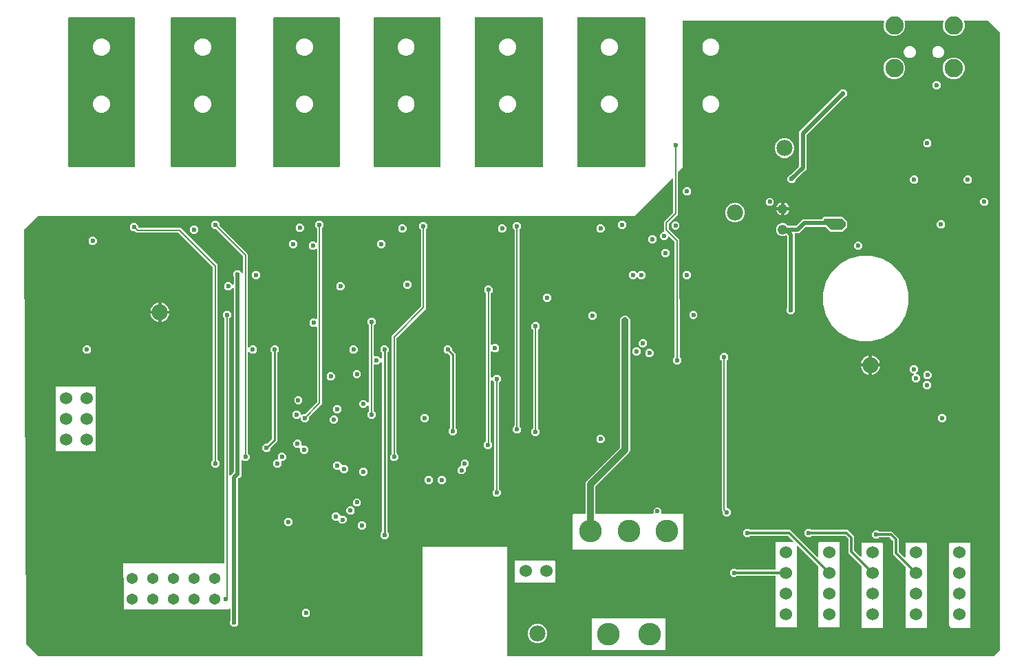
<source format=gbr>
G04 EAGLE Gerber RS-274X export*
G75*
%MOMM*%
%FSLAX34Y34*%
%LPD*%
%INCopper Layer 2*%
%IPPOS*%
%AMOC8*
5,1,8,0,0,1.08239X$1,22.5*%
G01*
%ADD10C,1.524000*%
%ADD11C,2.250000*%
%ADD12C,1.981200*%
%ADD13C,1.371600*%
%ADD14C,1.219200*%
%ADD15C,2.781300*%
%ADD16C,0.600000*%
%ADD17C,0.203200*%
%ADD18C,0.254000*%
%ADD19C,0.508000*%
%ADD20C,0.304800*%
%ADD21C,0.812800*%

G36*
X512058Y10993D02*
X512058Y10993D01*
X512116Y10991D01*
X512198Y11013D01*
X512282Y11025D01*
X512335Y11049D01*
X512391Y11063D01*
X512464Y11106D01*
X512541Y11141D01*
X512586Y11179D01*
X512636Y11209D01*
X512694Y11270D01*
X512758Y11325D01*
X512790Y11373D01*
X512830Y11416D01*
X512869Y11491D01*
X512916Y11561D01*
X512933Y11617D01*
X512960Y11669D01*
X512971Y11737D01*
X513001Y11832D01*
X513004Y11932D01*
X513015Y12000D01*
X513015Y144985D01*
X616985Y144985D01*
X616985Y12000D01*
X616993Y11942D01*
X616991Y11884D01*
X617013Y11802D01*
X617025Y11719D01*
X617049Y11665D01*
X617063Y11609D01*
X617106Y11536D01*
X617141Y11459D01*
X617179Y11414D01*
X617209Y11364D01*
X617270Y11306D01*
X617325Y11242D01*
X617373Y11210D01*
X617416Y11170D01*
X617491Y11131D01*
X617561Y11085D01*
X617617Y11067D01*
X617669Y11040D01*
X617737Y11029D01*
X617832Y10999D01*
X617932Y10996D01*
X618000Y10985D01*
X1216000Y10985D01*
X1216087Y10997D01*
X1216174Y11000D01*
X1216227Y11017D01*
X1216282Y11025D01*
X1216361Y11060D01*
X1216445Y11087D01*
X1216484Y11115D01*
X1216541Y11141D01*
X1216654Y11237D01*
X1216718Y11282D01*
X1222718Y17282D01*
X1222770Y17352D01*
X1222830Y17416D01*
X1222856Y17465D01*
X1222889Y17509D01*
X1222920Y17591D01*
X1222960Y17669D01*
X1222968Y17717D01*
X1222990Y17775D01*
X1223002Y17923D01*
X1223015Y18000D01*
X1223015Y778000D01*
X1223003Y778087D01*
X1223000Y778174D01*
X1222983Y778227D01*
X1222975Y778282D01*
X1222940Y778361D01*
X1222913Y778445D01*
X1222885Y778484D01*
X1222859Y778541D01*
X1222763Y778654D01*
X1222718Y778718D01*
X1208718Y792718D01*
X1208648Y792770D01*
X1208584Y792830D01*
X1208535Y792856D01*
X1208491Y792889D01*
X1208409Y792920D01*
X1208331Y792960D01*
X1208284Y792968D01*
X1208225Y792990D01*
X1208077Y793002D01*
X1208000Y793015D01*
X1179923Y793015D01*
X1179809Y792999D01*
X1179695Y792989D01*
X1179669Y792979D01*
X1179642Y792975D01*
X1179537Y792928D01*
X1179430Y792887D01*
X1179408Y792871D01*
X1179382Y792859D01*
X1179295Y792785D01*
X1179203Y792716D01*
X1179187Y792693D01*
X1179165Y792676D01*
X1179102Y792580D01*
X1179033Y792488D01*
X1179023Y792462D01*
X1179008Y792439D01*
X1178973Y792329D01*
X1178933Y792222D01*
X1178930Y792194D01*
X1178922Y792168D01*
X1178919Y792053D01*
X1178910Y791939D01*
X1178915Y791914D01*
X1178915Y791884D01*
X1178982Y791627D01*
X1178985Y791611D01*
X1179601Y790126D01*
X1179601Y784834D01*
X1177576Y779946D01*
X1173834Y776204D01*
X1168946Y774179D01*
X1163654Y774179D01*
X1158766Y776204D01*
X1155024Y779946D01*
X1152999Y784834D01*
X1152999Y790126D01*
X1153615Y791611D01*
X1153643Y791723D01*
X1153678Y791832D01*
X1153679Y791860D01*
X1153686Y791887D01*
X1153682Y792001D01*
X1153685Y792116D01*
X1153678Y792143D01*
X1153677Y792171D01*
X1153642Y792280D01*
X1153613Y792391D01*
X1153599Y792415D01*
X1153591Y792442D01*
X1153527Y792537D01*
X1153468Y792636D01*
X1153448Y792655D01*
X1153433Y792678D01*
X1153345Y792752D01*
X1153261Y792830D01*
X1153236Y792843D01*
X1153215Y792861D01*
X1153110Y792908D01*
X1153008Y792960D01*
X1152983Y792964D01*
X1152955Y792976D01*
X1152692Y793013D01*
X1152677Y793015D01*
X1106923Y793015D01*
X1106809Y792999D01*
X1106695Y792989D01*
X1106669Y792979D01*
X1106642Y792975D01*
X1106537Y792928D01*
X1106430Y792887D01*
X1106408Y792871D01*
X1106382Y792859D01*
X1106295Y792785D01*
X1106203Y792716D01*
X1106187Y792693D01*
X1106165Y792676D01*
X1106102Y792580D01*
X1106033Y792488D01*
X1106023Y792462D01*
X1106008Y792439D01*
X1105973Y792329D01*
X1105933Y792222D01*
X1105930Y792194D01*
X1105922Y792168D01*
X1105919Y792053D01*
X1105910Y791939D01*
X1105915Y791914D01*
X1105915Y791884D01*
X1105982Y791627D01*
X1105985Y791611D01*
X1106601Y790126D01*
X1106601Y784834D01*
X1104576Y779946D01*
X1100834Y776204D01*
X1095946Y774179D01*
X1090654Y774179D01*
X1085766Y776204D01*
X1082024Y779946D01*
X1079999Y784834D01*
X1079999Y790126D01*
X1080615Y791611D01*
X1080643Y791723D01*
X1080678Y791832D01*
X1080679Y791860D01*
X1080686Y791887D01*
X1080682Y792001D01*
X1080685Y792116D01*
X1080678Y792143D01*
X1080677Y792171D01*
X1080642Y792280D01*
X1080613Y792391D01*
X1080599Y792415D01*
X1080591Y792442D01*
X1080527Y792537D01*
X1080468Y792636D01*
X1080448Y792655D01*
X1080433Y792678D01*
X1080345Y792752D01*
X1080261Y792830D01*
X1080236Y792843D01*
X1080215Y792861D01*
X1080110Y792908D01*
X1080008Y792960D01*
X1079983Y792964D01*
X1079955Y792976D01*
X1079692Y793013D01*
X1079677Y793015D01*
X834000Y793015D01*
X833942Y793007D01*
X833884Y793009D01*
X833802Y792987D01*
X833719Y792975D01*
X833665Y792952D01*
X833609Y792937D01*
X833536Y792894D01*
X833459Y792859D01*
X833414Y792821D01*
X833364Y792792D01*
X833306Y792730D01*
X833242Y792676D01*
X833210Y792627D01*
X833170Y792584D01*
X833131Y792509D01*
X833085Y792439D01*
X833067Y792383D01*
X833040Y792331D01*
X833029Y792263D01*
X832999Y792168D01*
X832996Y792068D01*
X832985Y792000D01*
X832985Y612421D01*
X827362Y606798D01*
X827310Y606728D01*
X827250Y606664D01*
X827224Y606615D01*
X827191Y606571D01*
X827160Y606489D01*
X827120Y606411D01*
X827112Y606363D01*
X827090Y606305D01*
X827078Y606157D01*
X827065Y606080D01*
X827065Y554504D01*
X816164Y543603D01*
X816112Y543533D01*
X816052Y543469D01*
X816026Y543420D01*
X815993Y543376D01*
X815962Y543294D01*
X815922Y543216D01*
X815914Y543169D01*
X815892Y543110D01*
X815880Y542963D01*
X815867Y542885D01*
X815867Y537123D01*
X815879Y537036D01*
X815882Y536949D01*
X815899Y536896D01*
X815907Y536841D01*
X815942Y536762D01*
X815969Y536678D01*
X815997Y536639D01*
X816023Y536582D01*
X816119Y536469D01*
X816164Y536405D01*
X828141Y524428D01*
X829043Y523526D01*
X829043Y522257D01*
X829064Y379563D01*
X829076Y379477D01*
X829079Y379389D01*
X829096Y379336D01*
X829104Y379282D01*
X829140Y379202D01*
X829167Y379119D01*
X829195Y379079D01*
X829220Y379022D01*
X829316Y378909D01*
X829317Y378908D01*
X829331Y378885D01*
X829339Y378877D01*
X829361Y378845D01*
X831115Y377092D01*
X831115Y372908D01*
X828156Y369949D01*
X823972Y369949D01*
X821013Y372908D01*
X821013Y377092D01*
X822633Y378712D01*
X822686Y378782D01*
X822746Y378846D01*
X822771Y378895D01*
X822804Y378939D01*
X822835Y379021D01*
X822875Y379099D01*
X822883Y379147D01*
X822905Y379205D01*
X822918Y379353D01*
X822931Y379430D01*
X822910Y520565D01*
X822898Y520651D01*
X822895Y520739D01*
X822878Y520791D01*
X822870Y520846D01*
X822834Y520926D01*
X822807Y521009D01*
X822779Y521048D01*
X822754Y521106D01*
X822658Y521219D01*
X822612Y521283D01*
X816784Y527111D01*
X816760Y527129D01*
X816741Y527151D01*
X816647Y527214D01*
X816557Y527282D01*
X816529Y527292D01*
X816505Y527309D01*
X816397Y527343D01*
X816291Y527383D01*
X816262Y527386D01*
X816234Y527395D01*
X816120Y527397D01*
X816008Y527407D01*
X815979Y527401D01*
X815950Y527402D01*
X815840Y527373D01*
X815729Y527351D01*
X815703Y527337D01*
X815675Y527330D01*
X815577Y527272D01*
X815477Y527220D01*
X815455Y527200D01*
X815430Y527185D01*
X815353Y527102D01*
X815271Y527024D01*
X815256Y526999D01*
X815236Y526977D01*
X815184Y526877D01*
X815127Y526779D01*
X815120Y526750D01*
X815106Y526724D01*
X815093Y526647D01*
X815057Y526503D01*
X815059Y526441D01*
X815051Y526393D01*
X815051Y525908D01*
X812092Y522949D01*
X807908Y522949D01*
X804949Y525908D01*
X804949Y530092D01*
X807908Y533051D01*
X808718Y533051D01*
X808776Y533059D01*
X808834Y533057D01*
X808916Y533079D01*
X809000Y533091D01*
X809053Y533114D01*
X809109Y533129D01*
X809182Y533172D01*
X809259Y533207D01*
X809304Y533245D01*
X809354Y533274D01*
X809412Y533336D01*
X809476Y533390D01*
X809508Y533439D01*
X809548Y533482D01*
X809587Y533557D01*
X809634Y533627D01*
X809651Y533683D01*
X809678Y533735D01*
X809689Y533803D01*
X809719Y533898D01*
X809722Y533998D01*
X809733Y534066D01*
X809733Y545846D01*
X820634Y556747D01*
X820686Y556817D01*
X820746Y556881D01*
X820772Y556930D01*
X820805Y556974D01*
X820836Y557056D01*
X820876Y557134D01*
X820884Y557181D01*
X820906Y557240D01*
X820918Y557387D01*
X820931Y557465D01*
X820931Y597916D01*
X820927Y597945D01*
X820930Y597974D01*
X820907Y598085D01*
X820891Y598198D01*
X820879Y598224D01*
X820874Y598253D01*
X820822Y598354D01*
X820775Y598457D01*
X820756Y598479D01*
X820743Y598505D01*
X820665Y598587D01*
X820592Y598674D01*
X820567Y598690D01*
X820547Y598711D01*
X820449Y598769D01*
X820355Y598832D01*
X820327Y598840D01*
X820302Y598855D01*
X820192Y598883D01*
X820084Y598917D01*
X820054Y598918D01*
X820026Y598925D01*
X819913Y598922D01*
X819800Y598925D01*
X819771Y598917D01*
X819742Y598916D01*
X819634Y598881D01*
X819525Y598853D01*
X819499Y598838D01*
X819471Y598829D01*
X819408Y598783D01*
X819280Y598708D01*
X819237Y598662D01*
X819198Y598634D01*
X773580Y553015D01*
X40000Y553015D01*
X39913Y553003D01*
X39826Y553000D01*
X39773Y552983D01*
X39719Y552975D01*
X39639Y552940D01*
X39555Y552913D01*
X39516Y552885D01*
X39459Y552859D01*
X39346Y552763D01*
X39282Y552718D01*
X23282Y536718D01*
X23229Y536647D01*
X23167Y536581D01*
X23143Y536533D01*
X23111Y536491D01*
X23079Y536407D01*
X23039Y536327D01*
X23031Y536281D01*
X23010Y536225D01*
X22997Y536073D01*
X22985Y535996D01*
X24985Y25996D01*
X24997Y25911D01*
X25000Y25826D01*
X25017Y25772D01*
X25026Y25715D01*
X25061Y25637D01*
X25087Y25555D01*
X25116Y25515D01*
X25143Y25456D01*
X25237Y25346D01*
X25282Y25282D01*
X39282Y11282D01*
X39352Y11230D01*
X39416Y11170D01*
X39465Y11144D01*
X39509Y11111D01*
X39591Y11080D01*
X39669Y11040D01*
X39717Y11032D01*
X39775Y11010D01*
X39923Y10998D01*
X40000Y10985D01*
X512000Y10985D01*
X512058Y10993D01*
G37*
%LPC*%
G36*
X279060Y47065D02*
X279060Y47065D01*
X276101Y50024D01*
X276101Y54208D01*
X276264Y54371D01*
X276316Y54440D01*
X276376Y54504D01*
X276402Y54554D01*
X276435Y54598D01*
X276466Y54679D01*
X276506Y54757D01*
X276514Y54805D01*
X276536Y54863D01*
X276548Y55011D01*
X276561Y55088D01*
X276561Y68323D01*
X276557Y68352D01*
X276560Y68381D01*
X276537Y68492D01*
X276521Y68604D01*
X276509Y68631D01*
X276504Y68660D01*
X276451Y68761D01*
X276405Y68864D01*
X276386Y68886D01*
X276373Y68912D01*
X276295Y68994D01*
X276222Y69081D01*
X276197Y69097D01*
X276177Y69118D01*
X276079Y69175D01*
X275985Y69238D01*
X275957Y69247D01*
X275932Y69262D01*
X275822Y69290D01*
X275714Y69324D01*
X275684Y69325D01*
X275656Y69332D01*
X275543Y69328D01*
X275430Y69331D01*
X275401Y69324D01*
X275372Y69323D01*
X275264Y69288D01*
X275155Y69260D01*
X275129Y69245D01*
X275101Y69236D01*
X275037Y69190D01*
X274910Y69114D01*
X274867Y69069D01*
X274828Y69041D01*
X274267Y68479D01*
X145909Y68479D01*
X145611Y68777D01*
X145611Y91306D01*
X145608Y91331D01*
X145610Y91351D01*
X144178Y123586D01*
X144166Y123650D01*
X144164Y123715D01*
X144151Y123754D01*
X144151Y124166D01*
X144147Y124191D01*
X144150Y124211D01*
X144141Y124401D01*
X144276Y124536D01*
X144291Y124556D01*
X144307Y124568D01*
X144435Y124709D01*
X144626Y124709D01*
X144650Y124712D01*
X144671Y124710D01*
X145064Y124727D01*
X145071Y124725D01*
X145180Y124721D01*
X145252Y124709D01*
X267918Y124709D01*
X267976Y124717D01*
X268034Y124715D01*
X268116Y124737D01*
X268200Y124749D01*
X268253Y124772D01*
X268309Y124787D01*
X268382Y124830D01*
X268459Y124865D01*
X268504Y124903D01*
X268554Y124932D01*
X268612Y124994D01*
X268676Y125048D01*
X268708Y125097D01*
X268748Y125140D01*
X268787Y125215D01*
X268834Y125285D01*
X268851Y125341D01*
X268878Y125393D01*
X268889Y125461D01*
X268919Y125556D01*
X268922Y125656D01*
X268933Y125724D01*
X268933Y426503D01*
X268921Y426590D01*
X268918Y426677D01*
X268901Y426730D01*
X268893Y426785D01*
X268858Y426865D01*
X268831Y426948D01*
X268803Y426987D01*
X268777Y427044D01*
X268681Y427158D01*
X268636Y427221D01*
X266949Y428908D01*
X266949Y433092D01*
X269908Y436051D01*
X274092Y436051D01*
X277051Y433092D01*
X277051Y428908D01*
X275364Y427221D01*
X275312Y427152D01*
X275252Y427088D01*
X275226Y427038D01*
X275193Y426994D01*
X275162Y426912D01*
X275122Y426834D01*
X275114Y426787D01*
X275092Y426728D01*
X275080Y426581D01*
X275067Y426503D01*
X275067Y233858D01*
X275071Y233829D01*
X275068Y233800D01*
X275091Y233689D01*
X275107Y233577D01*
X275119Y233550D01*
X275124Y233521D01*
X275177Y233420D01*
X275223Y233317D01*
X275242Y233295D01*
X275255Y233269D01*
X275333Y233187D01*
X275406Y233100D01*
X275431Y233084D01*
X275451Y233063D01*
X275549Y233005D01*
X275643Y232943D01*
X275671Y232934D01*
X275696Y232919D01*
X275806Y232891D01*
X275914Y232857D01*
X275944Y232856D01*
X275972Y232849D01*
X276085Y232852D01*
X276198Y232849D01*
X276227Y232857D01*
X276256Y232858D01*
X276364Y232893D01*
X276473Y232921D01*
X276499Y232936D01*
X276527Y232945D01*
X276590Y232991D01*
X276718Y233067D01*
X276761Y233112D01*
X276800Y233140D01*
X279548Y235888D01*
X279804Y236144D01*
X279856Y236214D01*
X279916Y236278D01*
X279942Y236327D01*
X279975Y236371D01*
X280006Y236453D01*
X280046Y236531D01*
X280054Y236579D01*
X280076Y236637D01*
X280088Y236785D01*
X280101Y236862D01*
X280101Y237092D01*
X280264Y237255D01*
X280316Y237324D01*
X280376Y237388D01*
X280402Y237438D01*
X280435Y237482D01*
X280466Y237564D01*
X280506Y237642D01*
X280514Y237689D01*
X280536Y237748D01*
X280548Y237895D01*
X280561Y237973D01*
X280561Y462967D01*
X280557Y462997D01*
X280560Y463026D01*
X280537Y463137D01*
X280521Y463249D01*
X280509Y463276D01*
X280504Y463304D01*
X280451Y463405D01*
X280405Y463508D01*
X280386Y463531D01*
X280373Y463557D01*
X280295Y463639D01*
X280222Y463725D01*
X280197Y463742D01*
X280177Y463763D01*
X280079Y463820D01*
X279985Y463883D01*
X279957Y463892D01*
X279932Y463907D01*
X279822Y463934D01*
X279714Y463969D01*
X279684Y463969D01*
X279656Y463977D01*
X279543Y463973D01*
X279430Y463976D01*
X279401Y463969D01*
X279372Y463968D01*
X279264Y463933D01*
X279155Y463904D01*
X279129Y463889D01*
X279101Y463880D01*
X279038Y463835D01*
X278910Y463759D01*
X278867Y463713D01*
X278828Y463685D01*
X276092Y460949D01*
X271908Y460949D01*
X268949Y463908D01*
X268949Y468092D01*
X271908Y471051D01*
X276092Y471051D01*
X278828Y468315D01*
X278852Y468297D01*
X278871Y468275D01*
X278965Y468212D01*
X279055Y468144D01*
X279083Y468133D01*
X279107Y468117D01*
X279215Y468083D01*
X279321Y468043D01*
X279350Y468040D01*
X279378Y468031D01*
X279492Y468028D01*
X279604Y468019D01*
X279633Y468025D01*
X279662Y468024D01*
X279772Y468053D01*
X279883Y468075D01*
X279909Y468088D01*
X279937Y468096D01*
X280035Y468154D01*
X280135Y468206D01*
X280157Y468226D01*
X280182Y468241D01*
X280259Y468324D01*
X280341Y468402D01*
X280356Y468427D01*
X280376Y468448D01*
X280428Y468549D01*
X280485Y468647D01*
X280492Y468675D01*
X280506Y468701D01*
X280519Y468779D01*
X280555Y468922D01*
X280553Y468985D01*
X280561Y469033D01*
X280561Y477875D01*
X280549Y477962D01*
X280546Y478049D01*
X280529Y478102D01*
X280521Y478157D01*
X280486Y478237D01*
X280459Y478320D01*
X280431Y478359D01*
X280405Y478416D01*
X280309Y478530D01*
X280264Y478593D01*
X279949Y478908D01*
X279949Y483092D01*
X282908Y486051D01*
X287092Y486051D01*
X290266Y482877D01*
X290290Y482859D01*
X290309Y482837D01*
X290403Y482774D01*
X290493Y482706D01*
X290521Y482695D01*
X290545Y482679D01*
X290653Y482645D01*
X290759Y482605D01*
X290788Y482602D01*
X290816Y482593D01*
X290930Y482590D01*
X291042Y482581D01*
X291071Y482587D01*
X291100Y482586D01*
X291210Y482615D01*
X291321Y482637D01*
X291347Y482650D01*
X291375Y482658D01*
X291473Y482716D01*
X291573Y482768D01*
X291595Y482788D01*
X291620Y482803D01*
X291697Y482886D01*
X291779Y482964D01*
X291794Y482989D01*
X291814Y483010D01*
X291866Y483111D01*
X291923Y483209D01*
X291930Y483237D01*
X291944Y483263D01*
X291957Y483341D01*
X291993Y483484D01*
X291991Y483547D01*
X291999Y483595D01*
X291999Y502510D01*
X291988Y502591D01*
X291986Y502674D01*
X291968Y502732D01*
X291959Y502791D01*
X291926Y502867D01*
X291901Y502945D01*
X291871Y502988D01*
X291843Y503051D01*
X291754Y503156D01*
X291709Y503220D01*
X258954Y536645D01*
X258881Y536701D01*
X258813Y536764D01*
X258769Y536787D01*
X258729Y536818D01*
X258643Y536852D01*
X258560Y536894D01*
X258517Y536901D01*
X258464Y536922D01*
X258305Y536937D01*
X258229Y536949D01*
X255908Y536949D01*
X252949Y539908D01*
X252949Y544092D01*
X255908Y547051D01*
X260092Y547051D01*
X263051Y544092D01*
X263051Y541642D01*
X263062Y541561D01*
X263064Y541478D01*
X263082Y541420D01*
X263091Y541361D01*
X263124Y541285D01*
X263149Y541207D01*
X263179Y541164D01*
X263207Y541101D01*
X263296Y540996D01*
X263341Y540932D01*
X297242Y506337D01*
X297247Y506334D01*
X297250Y506330D01*
X298146Y505434D01*
X298133Y504166D01*
X298134Y504160D01*
X298133Y504155D01*
X298133Y391727D01*
X298137Y391697D01*
X298134Y391668D01*
X298157Y391557D01*
X298173Y391445D01*
X298185Y391418D01*
X298190Y391390D01*
X298243Y391289D01*
X298289Y391186D01*
X298308Y391163D01*
X298321Y391137D01*
X298399Y391055D01*
X298472Y390969D01*
X298497Y390952D01*
X298517Y390931D01*
X298615Y390874D01*
X298709Y390811D01*
X298737Y390802D01*
X298762Y390787D01*
X298872Y390760D01*
X298980Y390725D01*
X299010Y390725D01*
X299038Y390717D01*
X299151Y390721D01*
X299264Y390718D01*
X299293Y390725D01*
X299322Y390726D01*
X299430Y390761D01*
X299539Y390790D01*
X299565Y390805D01*
X299593Y390814D01*
X299656Y390859D01*
X299784Y390935D01*
X299827Y390981D01*
X299866Y391009D01*
X301908Y393051D01*
X306092Y393051D01*
X309051Y390092D01*
X309051Y385908D01*
X306092Y382949D01*
X301908Y382949D01*
X299866Y384991D01*
X299842Y385009D01*
X299823Y385031D01*
X299729Y385094D01*
X299639Y385162D01*
X299611Y385173D01*
X299587Y385189D01*
X299479Y385223D01*
X299373Y385263D01*
X299344Y385266D01*
X299316Y385275D01*
X299202Y385278D01*
X299090Y385287D01*
X299061Y385281D01*
X299032Y385282D01*
X298922Y385253D01*
X298811Y385231D01*
X298785Y385218D01*
X298757Y385210D01*
X298659Y385152D01*
X298559Y385100D01*
X298537Y385080D01*
X298512Y385065D01*
X298435Y384982D01*
X298353Y384904D01*
X298338Y384879D01*
X298318Y384858D01*
X298266Y384757D01*
X298209Y384659D01*
X298202Y384631D01*
X298188Y384605D01*
X298175Y384527D01*
X298139Y384384D01*
X298141Y384321D01*
X298133Y384273D01*
X298133Y260431D01*
X298145Y260344D01*
X298148Y260257D01*
X298165Y260204D01*
X298173Y260149D01*
X298208Y260069D01*
X298235Y259986D01*
X298263Y259947D01*
X298289Y259890D01*
X298385Y259776D01*
X298430Y259713D01*
X300051Y258092D01*
X300051Y253908D01*
X297092Y250949D01*
X292908Y250949D01*
X291476Y252381D01*
X291452Y252399D01*
X291433Y252421D01*
X291339Y252484D01*
X291249Y252552D01*
X291221Y252563D01*
X291197Y252579D01*
X291089Y252613D01*
X290983Y252653D01*
X290954Y252656D01*
X290926Y252665D01*
X290812Y252668D01*
X290700Y252677D01*
X290671Y252671D01*
X290642Y252672D01*
X290532Y252643D01*
X290421Y252621D01*
X290395Y252608D01*
X290367Y252600D01*
X290269Y252543D01*
X290169Y252490D01*
X290147Y252470D01*
X290122Y252455D01*
X290045Y252372D01*
X289963Y252294D01*
X289948Y252269D01*
X289928Y252248D01*
X289876Y252147D01*
X289819Y252049D01*
X289812Y252021D01*
X289798Y251995D01*
X289785Y251917D01*
X289749Y251774D01*
X289751Y251711D01*
X289743Y251663D01*
X289743Y237973D01*
X289755Y237886D01*
X289758Y237799D01*
X289775Y237746D01*
X289783Y237691D01*
X289818Y237611D01*
X289845Y237528D01*
X289873Y237489D01*
X289899Y237432D01*
X289995Y237318D01*
X290040Y237255D01*
X290203Y237092D01*
X290203Y232908D01*
X287244Y229949D01*
X287014Y229949D01*
X286927Y229937D01*
X286840Y229934D01*
X286787Y229917D01*
X286733Y229909D01*
X286653Y229874D01*
X286570Y229847D01*
X286530Y229819D01*
X286473Y229793D01*
X286360Y229697D01*
X286296Y229652D01*
X286040Y229396D01*
X285988Y229326D01*
X285928Y229262D01*
X285902Y229213D01*
X285869Y229169D01*
X285838Y229087D01*
X285798Y229009D01*
X285790Y228961D01*
X285768Y228903D01*
X285756Y228755D01*
X285743Y228678D01*
X285743Y168973D01*
X285755Y168886D01*
X285758Y168799D01*
X285775Y168746D01*
X285783Y168691D01*
X285818Y168611D01*
X285845Y168528D01*
X285873Y168489D01*
X285899Y168432D01*
X285995Y168318D01*
X286040Y168255D01*
X286203Y168092D01*
X286203Y163908D01*
X286040Y163745D01*
X285988Y163676D01*
X285928Y163612D01*
X285902Y163562D01*
X285869Y163518D01*
X285838Y163436D01*
X285798Y163358D01*
X285790Y163311D01*
X285768Y163252D01*
X285756Y163105D01*
X285743Y163027D01*
X285743Y55088D01*
X285755Y55002D01*
X285758Y54914D01*
X285775Y54862D01*
X285783Y54807D01*
X285818Y54727D01*
X285845Y54644D01*
X285873Y54605D01*
X285899Y54548D01*
X285995Y54434D01*
X286040Y54371D01*
X286203Y54208D01*
X286203Y50024D01*
X283244Y47065D01*
X279060Y47065D01*
G37*
%LPD*%
G36*
X786058Y612993D02*
X786058Y612993D01*
X786116Y612991D01*
X786198Y613013D01*
X786282Y613025D01*
X786335Y613049D01*
X786391Y613063D01*
X786464Y613106D01*
X786541Y613141D01*
X786586Y613179D01*
X786636Y613209D01*
X786694Y613270D01*
X786758Y613325D01*
X786790Y613373D01*
X786830Y613416D01*
X786869Y613491D01*
X786916Y613561D01*
X786933Y613617D01*
X786960Y613669D01*
X786971Y613737D01*
X787001Y613832D01*
X787004Y613932D01*
X787015Y614000D01*
X787015Y796000D01*
X787007Y796058D01*
X787009Y796116D01*
X786987Y796198D01*
X786975Y796282D01*
X786952Y796335D01*
X786937Y796391D01*
X786894Y796464D01*
X786859Y796541D01*
X786821Y796586D01*
X786792Y796636D01*
X786730Y796694D01*
X786676Y796758D01*
X786627Y796790D01*
X786584Y796830D01*
X786509Y796869D01*
X786439Y796916D01*
X786383Y796933D01*
X786331Y796960D01*
X786263Y796971D01*
X786168Y797001D01*
X786068Y797004D01*
X786000Y797015D01*
X704000Y797015D01*
X703942Y797007D01*
X703884Y797009D01*
X703802Y796987D01*
X703719Y796975D01*
X703665Y796952D01*
X703609Y796937D01*
X703536Y796894D01*
X703459Y796859D01*
X703414Y796821D01*
X703364Y796792D01*
X703306Y796730D01*
X703242Y796676D01*
X703210Y796627D01*
X703170Y796584D01*
X703131Y796509D01*
X703085Y796439D01*
X703067Y796383D01*
X703040Y796331D01*
X703029Y796263D01*
X702999Y796168D01*
X702996Y796068D01*
X702985Y796000D01*
X702985Y614000D01*
X702993Y613942D01*
X702991Y613884D01*
X703013Y613802D01*
X703025Y613719D01*
X703049Y613665D01*
X703063Y613609D01*
X703106Y613536D01*
X703141Y613459D01*
X703179Y613414D01*
X703209Y613364D01*
X703270Y613306D01*
X703325Y613242D01*
X703373Y613210D01*
X703416Y613170D01*
X703491Y613131D01*
X703561Y613085D01*
X703617Y613067D01*
X703669Y613040D01*
X703737Y613029D01*
X703832Y612999D01*
X703932Y612996D01*
X704000Y612985D01*
X786000Y612985D01*
X786058Y612993D01*
G37*
G36*
X660058Y612993D02*
X660058Y612993D01*
X660116Y612991D01*
X660198Y613013D01*
X660282Y613025D01*
X660335Y613049D01*
X660391Y613063D01*
X660464Y613106D01*
X660541Y613141D01*
X660586Y613179D01*
X660636Y613209D01*
X660694Y613270D01*
X660758Y613325D01*
X660790Y613373D01*
X660830Y613416D01*
X660869Y613491D01*
X660916Y613561D01*
X660933Y613617D01*
X660960Y613669D01*
X660971Y613737D01*
X661001Y613832D01*
X661004Y613932D01*
X661015Y614000D01*
X661015Y796000D01*
X661007Y796058D01*
X661009Y796116D01*
X660987Y796198D01*
X660975Y796282D01*
X660952Y796335D01*
X660937Y796391D01*
X660894Y796464D01*
X660859Y796541D01*
X660821Y796586D01*
X660792Y796636D01*
X660730Y796694D01*
X660676Y796758D01*
X660627Y796790D01*
X660584Y796830D01*
X660509Y796869D01*
X660439Y796916D01*
X660383Y796933D01*
X660331Y796960D01*
X660263Y796971D01*
X660168Y797001D01*
X660068Y797004D01*
X660000Y797015D01*
X578000Y797015D01*
X577942Y797007D01*
X577884Y797009D01*
X577802Y796987D01*
X577719Y796975D01*
X577665Y796952D01*
X577609Y796937D01*
X577536Y796894D01*
X577459Y796859D01*
X577414Y796821D01*
X577364Y796792D01*
X577306Y796730D01*
X577242Y796676D01*
X577210Y796627D01*
X577170Y796584D01*
X577131Y796509D01*
X577085Y796439D01*
X577067Y796383D01*
X577040Y796331D01*
X577029Y796263D01*
X576999Y796168D01*
X576996Y796068D01*
X576985Y796000D01*
X576985Y614000D01*
X576993Y613942D01*
X576991Y613884D01*
X577013Y613802D01*
X577025Y613719D01*
X577049Y613665D01*
X577063Y613609D01*
X577106Y613536D01*
X577141Y613459D01*
X577179Y613414D01*
X577209Y613364D01*
X577270Y613306D01*
X577325Y613242D01*
X577373Y613210D01*
X577416Y613170D01*
X577491Y613131D01*
X577561Y613085D01*
X577617Y613067D01*
X577669Y613040D01*
X577737Y613029D01*
X577832Y612999D01*
X577932Y612996D01*
X578000Y612985D01*
X660000Y612985D01*
X660058Y612993D01*
G37*
G36*
X158058Y612993D02*
X158058Y612993D01*
X158116Y612991D01*
X158198Y613013D01*
X158282Y613025D01*
X158335Y613049D01*
X158391Y613063D01*
X158464Y613106D01*
X158541Y613141D01*
X158586Y613179D01*
X158636Y613209D01*
X158694Y613270D01*
X158758Y613325D01*
X158790Y613373D01*
X158830Y613416D01*
X158869Y613491D01*
X158916Y613561D01*
X158933Y613617D01*
X158960Y613669D01*
X158971Y613737D01*
X159001Y613832D01*
X159004Y613932D01*
X159015Y614000D01*
X159015Y796000D01*
X159007Y796058D01*
X159009Y796116D01*
X158987Y796198D01*
X158975Y796282D01*
X158952Y796335D01*
X158937Y796391D01*
X158894Y796464D01*
X158859Y796541D01*
X158821Y796586D01*
X158792Y796636D01*
X158730Y796694D01*
X158676Y796758D01*
X158627Y796790D01*
X158584Y796830D01*
X158509Y796869D01*
X158439Y796916D01*
X158383Y796933D01*
X158331Y796960D01*
X158263Y796971D01*
X158168Y797001D01*
X158068Y797004D01*
X158000Y797015D01*
X78000Y797015D01*
X77942Y797007D01*
X77884Y797009D01*
X77802Y796987D01*
X77719Y796975D01*
X77665Y796952D01*
X77609Y796937D01*
X77536Y796894D01*
X77459Y796859D01*
X77414Y796821D01*
X77364Y796792D01*
X77306Y796730D01*
X77242Y796676D01*
X77210Y796627D01*
X77170Y796584D01*
X77131Y796509D01*
X77085Y796439D01*
X77067Y796383D01*
X77040Y796331D01*
X77029Y796263D01*
X76999Y796168D01*
X76996Y796068D01*
X76985Y796000D01*
X76985Y614000D01*
X76993Y613942D01*
X76991Y613884D01*
X77013Y613802D01*
X77025Y613719D01*
X77049Y613665D01*
X77063Y613609D01*
X77106Y613536D01*
X77141Y613459D01*
X77179Y613414D01*
X77209Y613364D01*
X77270Y613306D01*
X77325Y613242D01*
X77373Y613210D01*
X77416Y613170D01*
X77491Y613131D01*
X77561Y613085D01*
X77617Y613067D01*
X77669Y613040D01*
X77737Y613029D01*
X77832Y612999D01*
X77932Y612996D01*
X78000Y612985D01*
X158000Y612985D01*
X158058Y612993D01*
G37*
G36*
X410058Y612993D02*
X410058Y612993D01*
X410116Y612991D01*
X410198Y613013D01*
X410282Y613025D01*
X410335Y613049D01*
X410391Y613063D01*
X410464Y613106D01*
X410541Y613141D01*
X410586Y613179D01*
X410636Y613209D01*
X410694Y613270D01*
X410758Y613325D01*
X410790Y613373D01*
X410830Y613416D01*
X410869Y613491D01*
X410916Y613561D01*
X410933Y613617D01*
X410960Y613669D01*
X410971Y613737D01*
X411001Y613832D01*
X411004Y613932D01*
X411015Y614000D01*
X411015Y796000D01*
X411007Y796058D01*
X411009Y796116D01*
X410987Y796198D01*
X410975Y796282D01*
X410952Y796335D01*
X410937Y796391D01*
X410894Y796464D01*
X410859Y796541D01*
X410821Y796586D01*
X410792Y796636D01*
X410730Y796694D01*
X410676Y796758D01*
X410627Y796790D01*
X410584Y796830D01*
X410509Y796869D01*
X410439Y796916D01*
X410383Y796933D01*
X410331Y796960D01*
X410263Y796971D01*
X410168Y797001D01*
X410068Y797004D01*
X410000Y797015D01*
X330000Y797015D01*
X329942Y797007D01*
X329884Y797009D01*
X329802Y796987D01*
X329719Y796975D01*
X329665Y796952D01*
X329609Y796937D01*
X329536Y796894D01*
X329459Y796859D01*
X329414Y796821D01*
X329364Y796792D01*
X329306Y796730D01*
X329242Y796676D01*
X329210Y796627D01*
X329170Y796584D01*
X329131Y796509D01*
X329085Y796439D01*
X329067Y796383D01*
X329040Y796331D01*
X329029Y796263D01*
X328999Y796168D01*
X328996Y796068D01*
X328985Y796000D01*
X328985Y614000D01*
X328993Y613942D01*
X328991Y613884D01*
X329013Y613802D01*
X329025Y613719D01*
X329049Y613665D01*
X329063Y613609D01*
X329106Y613536D01*
X329141Y613459D01*
X329179Y613414D01*
X329209Y613364D01*
X329270Y613306D01*
X329325Y613242D01*
X329373Y613210D01*
X329416Y613170D01*
X329491Y613131D01*
X329561Y613085D01*
X329617Y613067D01*
X329669Y613040D01*
X329737Y613029D01*
X329832Y612999D01*
X329932Y612996D01*
X330000Y612985D01*
X410000Y612985D01*
X410058Y612993D01*
G37*
G36*
X534058Y612993D02*
X534058Y612993D01*
X534116Y612991D01*
X534198Y613013D01*
X534282Y613025D01*
X534335Y613049D01*
X534391Y613063D01*
X534464Y613106D01*
X534541Y613141D01*
X534586Y613179D01*
X534636Y613209D01*
X534694Y613270D01*
X534758Y613325D01*
X534790Y613373D01*
X534830Y613416D01*
X534869Y613491D01*
X534916Y613561D01*
X534933Y613617D01*
X534960Y613669D01*
X534971Y613737D01*
X535001Y613832D01*
X535004Y613932D01*
X535015Y614000D01*
X535015Y796000D01*
X535007Y796058D01*
X535009Y796116D01*
X534987Y796198D01*
X534975Y796282D01*
X534952Y796335D01*
X534937Y796391D01*
X534894Y796464D01*
X534859Y796541D01*
X534821Y796586D01*
X534792Y796636D01*
X534730Y796694D01*
X534676Y796758D01*
X534627Y796790D01*
X534584Y796830D01*
X534509Y796869D01*
X534439Y796916D01*
X534383Y796933D01*
X534331Y796960D01*
X534263Y796971D01*
X534168Y797001D01*
X534068Y797004D01*
X534000Y797015D01*
X454000Y797015D01*
X453942Y797007D01*
X453884Y797009D01*
X453802Y796987D01*
X453719Y796975D01*
X453665Y796952D01*
X453609Y796937D01*
X453536Y796894D01*
X453459Y796859D01*
X453414Y796821D01*
X453364Y796792D01*
X453306Y796730D01*
X453242Y796676D01*
X453210Y796627D01*
X453170Y796584D01*
X453131Y796509D01*
X453085Y796439D01*
X453067Y796383D01*
X453040Y796331D01*
X453029Y796263D01*
X452999Y796168D01*
X452996Y796068D01*
X452985Y796000D01*
X452985Y614000D01*
X452993Y613942D01*
X452991Y613884D01*
X453013Y613802D01*
X453025Y613719D01*
X453049Y613665D01*
X453063Y613609D01*
X453106Y613536D01*
X453141Y613459D01*
X453179Y613414D01*
X453209Y613364D01*
X453270Y613306D01*
X453325Y613242D01*
X453373Y613210D01*
X453416Y613170D01*
X453491Y613131D01*
X453561Y613085D01*
X453617Y613067D01*
X453669Y613040D01*
X453737Y613029D01*
X453832Y612999D01*
X453932Y612996D01*
X454000Y612985D01*
X534000Y612985D01*
X534058Y612993D01*
G37*
G36*
X282058Y612993D02*
X282058Y612993D01*
X282116Y612991D01*
X282198Y613013D01*
X282282Y613025D01*
X282335Y613049D01*
X282391Y613063D01*
X282464Y613106D01*
X282541Y613141D01*
X282586Y613179D01*
X282636Y613209D01*
X282694Y613270D01*
X282758Y613325D01*
X282790Y613373D01*
X282830Y613416D01*
X282869Y613491D01*
X282916Y613561D01*
X282933Y613617D01*
X282960Y613669D01*
X282971Y613737D01*
X283001Y613832D01*
X283004Y613932D01*
X283015Y614000D01*
X283015Y796000D01*
X283007Y796058D01*
X283009Y796116D01*
X282987Y796198D01*
X282975Y796282D01*
X282952Y796335D01*
X282937Y796391D01*
X282894Y796464D01*
X282859Y796541D01*
X282821Y796586D01*
X282792Y796636D01*
X282730Y796694D01*
X282676Y796758D01*
X282627Y796790D01*
X282584Y796830D01*
X282509Y796869D01*
X282439Y796916D01*
X282383Y796933D01*
X282331Y796960D01*
X282263Y796971D01*
X282168Y797001D01*
X282068Y797004D01*
X282000Y797015D01*
X204000Y797015D01*
X203942Y797007D01*
X203884Y797009D01*
X203802Y796987D01*
X203719Y796975D01*
X203665Y796952D01*
X203609Y796937D01*
X203536Y796894D01*
X203459Y796859D01*
X203414Y796821D01*
X203364Y796792D01*
X203306Y796730D01*
X203242Y796676D01*
X203210Y796627D01*
X203170Y796584D01*
X203131Y796509D01*
X203085Y796439D01*
X203067Y796383D01*
X203040Y796331D01*
X203029Y796263D01*
X202999Y796168D01*
X202996Y796068D01*
X202985Y796000D01*
X202985Y614000D01*
X202993Y613942D01*
X202991Y613884D01*
X203013Y613802D01*
X203025Y613719D01*
X203049Y613665D01*
X203063Y613609D01*
X203106Y613536D01*
X203141Y613459D01*
X203179Y613414D01*
X203209Y613364D01*
X203270Y613306D01*
X203325Y613242D01*
X203373Y613210D01*
X203416Y613170D01*
X203491Y613131D01*
X203561Y613085D01*
X203617Y613067D01*
X203669Y613040D01*
X203737Y613029D01*
X203832Y612999D01*
X203932Y612996D01*
X204000Y612985D01*
X282000Y612985D01*
X282058Y612993D01*
G37*
%LPC*%
G36*
X698068Y142197D02*
X698068Y142197D01*
X697621Y142644D01*
X697621Y185212D01*
X698068Y185659D01*
X712480Y185659D01*
X712538Y185667D01*
X712596Y185665D01*
X712678Y185687D01*
X712762Y185699D01*
X712815Y185722D01*
X712871Y185737D01*
X712944Y185780D01*
X713021Y185815D01*
X713066Y185853D01*
X713116Y185882D01*
X713174Y185944D01*
X713238Y185998D01*
X713270Y186047D01*
X713310Y186090D01*
X713349Y186165D01*
X713396Y186235D01*
X713413Y186291D01*
X713440Y186343D01*
X713451Y186411D01*
X713481Y186506D01*
X713484Y186606D01*
X713495Y186674D01*
X713495Y223937D01*
X714426Y226185D01*
X755588Y267346D01*
X755640Y267416D01*
X755700Y267480D01*
X755726Y267529D01*
X755759Y267573D01*
X755790Y267655D01*
X755830Y267733D01*
X755838Y267781D01*
X755860Y267839D01*
X755872Y267987D01*
X755885Y268064D01*
X755885Y422363D01*
X755881Y422394D01*
X755883Y422425D01*
X755866Y422501D01*
X755845Y422645D01*
X755821Y422699D01*
X755821Y425152D01*
X756752Y427400D01*
X758472Y429120D01*
X760720Y430051D01*
X763152Y430051D01*
X765400Y429120D01*
X767184Y427336D01*
X768115Y425088D01*
X768115Y263895D01*
X767184Y261647D01*
X726022Y220485D01*
X725970Y220416D01*
X725910Y220352D01*
X725884Y220302D01*
X725851Y220258D01*
X725820Y220176D01*
X725780Y220099D01*
X725772Y220051D01*
X725750Y219992D01*
X725738Y219845D01*
X725725Y219767D01*
X725725Y186674D01*
X725733Y186616D01*
X725731Y186558D01*
X725753Y186476D01*
X725765Y186392D01*
X725788Y186339D01*
X725803Y186283D01*
X725846Y186210D01*
X725881Y186133D01*
X725919Y186088D01*
X725948Y186038D01*
X726010Y185980D01*
X726064Y185916D01*
X726113Y185884D01*
X726156Y185844D01*
X726231Y185805D01*
X726301Y185758D01*
X726357Y185741D01*
X726409Y185714D01*
X726477Y185703D01*
X726572Y185673D01*
X726672Y185670D01*
X726740Y185659D01*
X795886Y185659D01*
X795944Y185667D01*
X796002Y185665D01*
X796084Y185687D01*
X796168Y185699D01*
X796221Y185722D01*
X796277Y185737D01*
X796350Y185780D01*
X796427Y185815D01*
X796472Y185853D01*
X796522Y185882D01*
X796580Y185944D01*
X796644Y185998D01*
X796676Y186047D01*
X796716Y186090D01*
X796755Y186165D01*
X796802Y186235D01*
X796819Y186291D01*
X796846Y186343D01*
X796857Y186411D01*
X796887Y186506D01*
X796890Y186606D01*
X796901Y186674D01*
X796901Y191092D01*
X799860Y194051D01*
X804044Y194051D01*
X807003Y191092D01*
X807003Y186674D01*
X807011Y186616D01*
X807009Y186558D01*
X807031Y186476D01*
X807043Y186392D01*
X807066Y186339D01*
X807081Y186283D01*
X807124Y186210D01*
X807159Y186133D01*
X807197Y186088D01*
X807226Y186038D01*
X807288Y185980D01*
X807342Y185916D01*
X807391Y185884D01*
X807434Y185844D01*
X807509Y185805D01*
X807579Y185758D01*
X807635Y185741D01*
X807687Y185714D01*
X807755Y185703D01*
X807850Y185673D01*
X807950Y185670D01*
X808018Y185659D01*
X833596Y185659D01*
X834043Y185212D01*
X834043Y142644D01*
X833596Y142197D01*
X698068Y142197D01*
G37*
%LPD*%
%LPC*%
G36*
X1051088Y398499D02*
X1051088Y398499D01*
X1037735Y402077D01*
X1025764Y408989D01*
X1015989Y418764D01*
X1009077Y430735D01*
X1005499Y444088D01*
X1005499Y457912D01*
X1009077Y471265D01*
X1015989Y483236D01*
X1025764Y493011D01*
X1037735Y499923D01*
X1051088Y503501D01*
X1064912Y503501D01*
X1078265Y499923D01*
X1090236Y493011D01*
X1100011Y483236D01*
X1106923Y471265D01*
X1110501Y457912D01*
X1110501Y444088D01*
X1106923Y430735D01*
X1100011Y418764D01*
X1090236Y408989D01*
X1078265Y402077D01*
X1064912Y398499D01*
X1051088Y398499D01*
G37*
%LPD*%
%LPC*%
G36*
X947496Y45997D02*
X947496Y45997D01*
X947049Y46444D01*
X947049Y109012D01*
X947041Y109070D01*
X947043Y109128D01*
X947021Y109210D01*
X947009Y109294D01*
X946986Y109347D01*
X946971Y109403D01*
X946928Y109476D01*
X946893Y109553D01*
X946855Y109598D01*
X946826Y109648D01*
X946764Y109706D01*
X946710Y109770D01*
X946661Y109802D01*
X946618Y109842D01*
X946543Y109881D01*
X946473Y109928D01*
X946417Y109945D01*
X946365Y109972D01*
X946297Y109983D01*
X946202Y110013D01*
X946102Y110016D01*
X946034Y110027D01*
X900023Y110027D01*
X899936Y110015D01*
X899849Y110012D01*
X899796Y109995D01*
X899741Y109987D01*
X899661Y109952D01*
X899578Y109925D01*
X899539Y109897D01*
X899482Y109871D01*
X899368Y109775D01*
X899305Y109730D01*
X898100Y108525D01*
X893916Y108525D01*
X890957Y111484D01*
X890957Y115668D01*
X893916Y118627D01*
X898100Y118627D01*
X899253Y117474D01*
X899322Y117422D01*
X899386Y117362D01*
X899436Y117336D01*
X899480Y117303D01*
X899562Y117272D01*
X899640Y117232D01*
X899687Y117224D01*
X899746Y117202D01*
X899893Y117190D01*
X899971Y117177D01*
X946034Y117177D01*
X946092Y117185D01*
X946150Y117183D01*
X946232Y117205D01*
X946316Y117217D01*
X946369Y117240D01*
X946425Y117255D01*
X946498Y117298D01*
X946575Y117333D01*
X946620Y117371D01*
X946670Y117400D01*
X946728Y117462D01*
X946792Y117516D01*
X946824Y117565D01*
X946864Y117608D01*
X946903Y117683D01*
X946950Y117753D01*
X946967Y117809D01*
X946994Y117861D01*
X947005Y117929D01*
X947035Y118024D01*
X947038Y118124D01*
X947049Y118192D01*
X947049Y150448D01*
X947496Y150895D01*
X967929Y150895D01*
X967958Y150899D01*
X967987Y150896D01*
X968098Y150919D01*
X968210Y150935D01*
X968237Y150947D01*
X968266Y150952D01*
X968366Y151004D01*
X968470Y151051D01*
X968492Y151070D01*
X968518Y151083D01*
X968600Y151161D01*
X968687Y151234D01*
X968703Y151259D01*
X968724Y151279D01*
X968781Y151377D01*
X968844Y151471D01*
X968853Y151499D01*
X968868Y151524D01*
X968896Y151634D01*
X968930Y151742D01*
X968931Y151772D01*
X968938Y151800D01*
X968934Y151913D01*
X968937Y152026D01*
X968930Y152055D01*
X968929Y152084D01*
X968894Y152192D01*
X968866Y152301D01*
X968851Y152327D01*
X968842Y152355D01*
X968796Y152418D01*
X968720Y152546D01*
X968675Y152589D01*
X968647Y152628D01*
X962587Y158688D01*
X962517Y158740D01*
X962453Y158800D01*
X962404Y158826D01*
X962359Y158859D01*
X962278Y158890D01*
X962200Y158930D01*
X962152Y158938D01*
X962094Y158960D01*
X961946Y158972D01*
X961869Y158985D01*
X916611Y158985D01*
X916524Y158973D01*
X916437Y158970D01*
X916384Y158953D01*
X916329Y158945D01*
X916249Y158910D01*
X916166Y158883D01*
X916127Y158855D01*
X916070Y158829D01*
X915956Y158733D01*
X915893Y158688D01*
X914714Y157509D01*
X910530Y157509D01*
X907571Y160468D01*
X907571Y164652D01*
X910530Y167611D01*
X914714Y167611D01*
X915893Y166432D01*
X915962Y166380D01*
X916026Y166320D01*
X916076Y166294D01*
X916120Y166261D01*
X916202Y166230D01*
X916280Y166190D01*
X916327Y166182D01*
X916386Y166160D01*
X916533Y166148D01*
X916611Y166135D01*
X965251Y166135D01*
X998148Y133237D01*
X998172Y133220D01*
X998191Y133197D01*
X998285Y133134D01*
X998375Y133066D01*
X998403Y133056D01*
X998427Y133040D01*
X998535Y133005D01*
X998641Y132965D01*
X998670Y132963D01*
X998698Y132954D01*
X998812Y132951D01*
X998924Y132942D01*
X998953Y132947D01*
X998982Y132947D01*
X999092Y132975D01*
X999203Y132997D01*
X999229Y133011D01*
X999257Y133018D01*
X999355Y133076D01*
X999455Y133128D01*
X999477Y133149D01*
X999502Y133164D01*
X999579Y133246D01*
X999661Y133324D01*
X999676Y133350D01*
X999696Y133371D01*
X999748Y133472D01*
X999805Y133570D01*
X999812Y133598D01*
X999826Y133624D01*
X999839Y133701D01*
X999875Y133845D01*
X999873Y133908D01*
X999881Y133955D01*
X999881Y150448D01*
X1000328Y150895D01*
X1025620Y150895D01*
X1026067Y150448D01*
X1026067Y46444D01*
X1025620Y45997D01*
X1000328Y45997D01*
X999881Y46444D01*
X999881Y120973D01*
X999869Y121059D01*
X999866Y121147D01*
X999849Y121199D01*
X999841Y121254D01*
X999806Y121334D01*
X999779Y121417D01*
X999751Y121457D01*
X999725Y121514D01*
X999629Y121627D01*
X999584Y121691D01*
X974968Y146307D01*
X974944Y146324D01*
X974925Y146347D01*
X974831Y146410D01*
X974741Y146478D01*
X974713Y146488D01*
X974689Y146504D01*
X974581Y146539D01*
X974475Y146579D01*
X974446Y146581D01*
X974418Y146590D01*
X974304Y146593D01*
X974192Y146602D01*
X974163Y146597D01*
X974134Y146597D01*
X974024Y146569D01*
X973913Y146547D01*
X973887Y146533D01*
X973859Y146526D01*
X973761Y146468D01*
X973661Y146416D01*
X973639Y146395D01*
X973614Y146380D01*
X973537Y146298D01*
X973455Y146220D01*
X973440Y146194D01*
X973420Y146173D01*
X973368Y146072D01*
X973311Y145974D01*
X973304Y145946D01*
X973290Y145920D01*
X973277Y145843D01*
X973241Y145699D01*
X973243Y145636D01*
X973235Y145589D01*
X973235Y46444D01*
X972788Y45997D01*
X947496Y45997D01*
G37*
%LPD*%
%LPC*%
G36*
X61684Y263237D02*
X61684Y263237D01*
X61237Y263684D01*
X61237Y342316D01*
X61684Y342763D01*
X110316Y342763D01*
X110763Y342316D01*
X110763Y263684D01*
X110316Y263237D01*
X61684Y263237D01*
G37*
%LPD*%
%LPC*%
G36*
X721436Y18341D02*
X721436Y18341D01*
X720989Y18788D01*
X720989Y57164D01*
X721436Y57611D01*
X811596Y57611D01*
X812043Y57164D01*
X812043Y18788D01*
X811596Y18341D01*
X721436Y18341D01*
G37*
%LPD*%
%LPC*%
G36*
X1053160Y45489D02*
X1053160Y45489D01*
X1052713Y45936D01*
X1052713Y121441D01*
X1052701Y121527D01*
X1052698Y121615D01*
X1052681Y121667D01*
X1052673Y121722D01*
X1052638Y121802D01*
X1052611Y121885D01*
X1052583Y121925D01*
X1052557Y121982D01*
X1052461Y122095D01*
X1052416Y122159D01*
X1036809Y137765D01*
X1036809Y154563D01*
X1036797Y154649D01*
X1036794Y154737D01*
X1036777Y154789D01*
X1036769Y154844D01*
X1036734Y154924D01*
X1036707Y155007D01*
X1036679Y155047D01*
X1036653Y155104D01*
X1036557Y155217D01*
X1036512Y155281D01*
X1033105Y158688D01*
X1033035Y158740D01*
X1032971Y158800D01*
X1032922Y158826D01*
X1032877Y158859D01*
X1032796Y158890D01*
X1032718Y158930D01*
X1032670Y158938D01*
X1032612Y158960D01*
X1032464Y158972D01*
X1032387Y158985D01*
X991541Y158985D01*
X991454Y158973D01*
X991367Y158970D01*
X991314Y158953D01*
X991259Y158945D01*
X991179Y158910D01*
X991096Y158883D01*
X991057Y158855D01*
X991000Y158829D01*
X990886Y158733D01*
X990823Y158688D01*
X989644Y157509D01*
X985460Y157509D01*
X982501Y160468D01*
X982501Y164652D01*
X985460Y167611D01*
X989644Y167611D01*
X990823Y166432D01*
X990892Y166380D01*
X990956Y166320D01*
X991006Y166294D01*
X991050Y166261D01*
X991132Y166230D01*
X991210Y166190D01*
X991257Y166182D01*
X991316Y166160D01*
X991463Y166148D01*
X991541Y166135D01*
X1035769Y166135D01*
X1043959Y157945D01*
X1043959Y141147D01*
X1043971Y141061D01*
X1043974Y140973D01*
X1043991Y140921D01*
X1043999Y140866D01*
X1044034Y140786D01*
X1044061Y140703D01*
X1044089Y140663D01*
X1044115Y140606D01*
X1044211Y140493D01*
X1044256Y140429D01*
X1050980Y133705D01*
X1051004Y133688D01*
X1051023Y133665D01*
X1051117Y133602D01*
X1051207Y133534D01*
X1051235Y133524D01*
X1051259Y133508D01*
X1051367Y133473D01*
X1051473Y133433D01*
X1051502Y133431D01*
X1051530Y133422D01*
X1051644Y133419D01*
X1051756Y133410D01*
X1051785Y133415D01*
X1051814Y133415D01*
X1051924Y133443D01*
X1052035Y133465D01*
X1052061Y133479D01*
X1052089Y133486D01*
X1052187Y133544D01*
X1052287Y133596D01*
X1052309Y133617D01*
X1052334Y133632D01*
X1052411Y133714D01*
X1052493Y133792D01*
X1052508Y133818D01*
X1052528Y133839D01*
X1052580Y133940D01*
X1052637Y134038D01*
X1052644Y134066D01*
X1052658Y134092D01*
X1052671Y134169D01*
X1052707Y134313D01*
X1052705Y134376D01*
X1052713Y134423D01*
X1052713Y149940D01*
X1053160Y150387D01*
X1078452Y150387D01*
X1078899Y149940D01*
X1078899Y45936D01*
X1078452Y45489D01*
X1053160Y45489D01*
G37*
%LPD*%
%LPC*%
G36*
X1107516Y45489D02*
X1107516Y45489D01*
X1107069Y45936D01*
X1107069Y120385D01*
X1107057Y120471D01*
X1107054Y120559D01*
X1107037Y120611D01*
X1107029Y120666D01*
X1106994Y120746D01*
X1106967Y120829D01*
X1106939Y120869D01*
X1106913Y120926D01*
X1106817Y121039D01*
X1106772Y121103D01*
X1091673Y136201D01*
X1091673Y152531D01*
X1091661Y152617D01*
X1091658Y152705D01*
X1091641Y152757D01*
X1091633Y152812D01*
X1091598Y152892D01*
X1091571Y152975D01*
X1091543Y153015D01*
X1091517Y153072D01*
X1091421Y153185D01*
X1091376Y153249D01*
X1087969Y156656D01*
X1087899Y156708D01*
X1087835Y156768D01*
X1087786Y156794D01*
X1087741Y156827D01*
X1087660Y156858D01*
X1087582Y156898D01*
X1087534Y156906D01*
X1087476Y156928D01*
X1087328Y156940D01*
X1087251Y156953D01*
X1074853Y156953D01*
X1074766Y156941D01*
X1074679Y156938D01*
X1074626Y156921D01*
X1074571Y156913D01*
X1074491Y156878D01*
X1074408Y156851D01*
X1074369Y156823D01*
X1074312Y156797D01*
X1074198Y156701D01*
X1074135Y156656D01*
X1072956Y155477D01*
X1068772Y155477D01*
X1065813Y158436D01*
X1065813Y162620D01*
X1068772Y165579D01*
X1072956Y165579D01*
X1074135Y164400D01*
X1074204Y164348D01*
X1074268Y164288D01*
X1074318Y164262D01*
X1074362Y164229D01*
X1074444Y164198D01*
X1074522Y164158D01*
X1074569Y164150D01*
X1074628Y164128D01*
X1074775Y164116D01*
X1074853Y164103D01*
X1090633Y164103D01*
X1098823Y155913D01*
X1098823Y139583D01*
X1098835Y139497D01*
X1098838Y139409D01*
X1098855Y139357D01*
X1098863Y139302D01*
X1098898Y139222D01*
X1098925Y139139D01*
X1098953Y139099D01*
X1098979Y139042D01*
X1099075Y138929D01*
X1099120Y138865D01*
X1105336Y132649D01*
X1105360Y132632D01*
X1105379Y132609D01*
X1105473Y132546D01*
X1105563Y132478D01*
X1105591Y132468D01*
X1105615Y132452D01*
X1105723Y132417D01*
X1105829Y132377D01*
X1105858Y132375D01*
X1105886Y132366D01*
X1106000Y132363D01*
X1106112Y132354D01*
X1106141Y132359D01*
X1106170Y132359D01*
X1106280Y132387D01*
X1106391Y132409D01*
X1106417Y132423D01*
X1106445Y132430D01*
X1106543Y132488D01*
X1106643Y132540D01*
X1106665Y132561D01*
X1106690Y132576D01*
X1106767Y132658D01*
X1106849Y132736D01*
X1106864Y132762D01*
X1106884Y132783D01*
X1106936Y132884D01*
X1106993Y132982D01*
X1107000Y133010D01*
X1107014Y133036D01*
X1107027Y133113D01*
X1107063Y133257D01*
X1107061Y133320D01*
X1107069Y133367D01*
X1107069Y149940D01*
X1107516Y150387D01*
X1132808Y150387D01*
X1133255Y149940D01*
X1133255Y45936D01*
X1132808Y45489D01*
X1107516Y45489D01*
G37*
%LPD*%
%LPC*%
G36*
X1161364Y45489D02*
X1161364Y45489D01*
X1160917Y45936D01*
X1160917Y149940D01*
X1161364Y150387D01*
X1186656Y150387D01*
X1187103Y149940D01*
X1187103Y45936D01*
X1186656Y45489D01*
X1161364Y45489D01*
G37*
%LPD*%
%LPC*%
G36*
X463908Y154949D02*
X463908Y154949D01*
X460949Y157908D01*
X460949Y162092D01*
X462382Y163525D01*
X462434Y163594D01*
X462494Y163658D01*
X462520Y163708D01*
X462553Y163752D01*
X462584Y163834D01*
X462624Y163912D01*
X462632Y163959D01*
X462654Y164018D01*
X462662Y164108D01*
X462665Y164120D01*
X462666Y164166D01*
X462679Y164243D01*
X462679Y372085D01*
X462675Y372115D01*
X462678Y372144D01*
X462655Y372255D01*
X462639Y372367D01*
X462627Y372394D01*
X462622Y372422D01*
X462569Y372523D01*
X462523Y372626D01*
X462504Y372649D01*
X462491Y372675D01*
X462413Y372757D01*
X462340Y372843D01*
X462315Y372860D01*
X462295Y372881D01*
X462197Y372938D01*
X462103Y373001D01*
X462075Y373010D01*
X462050Y373025D01*
X461940Y373052D01*
X461832Y373087D01*
X461802Y373087D01*
X461774Y373095D01*
X461661Y373091D01*
X461548Y373094D01*
X461519Y373087D01*
X461490Y373086D01*
X461382Y373051D01*
X461273Y373022D01*
X461247Y373007D01*
X461219Y372998D01*
X461156Y372953D01*
X461028Y372877D01*
X460985Y372831D01*
X460946Y372803D01*
X458092Y369949D01*
X454016Y369949D01*
X453958Y369941D01*
X453900Y369943D01*
X453818Y369921D01*
X453734Y369909D01*
X453681Y369886D01*
X453625Y369871D01*
X453552Y369828D01*
X453475Y369793D01*
X453430Y369755D01*
X453380Y369726D01*
X453322Y369664D01*
X453258Y369610D01*
X453226Y369561D01*
X453186Y369518D01*
X453147Y369443D01*
X453100Y369373D01*
X453083Y369317D01*
X453056Y369265D01*
X453045Y369197D01*
X453015Y369102D01*
X453012Y369002D01*
X453001Y368934D01*
X453001Y312629D01*
X453013Y312542D01*
X453016Y312455D01*
X453033Y312402D01*
X453041Y312347D01*
X453076Y312267D01*
X453103Y312184D01*
X453131Y312145D01*
X453157Y312088D01*
X453253Y311974D01*
X453298Y311911D01*
X455051Y310158D01*
X455051Y305974D01*
X452092Y303015D01*
X447908Y303015D01*
X444949Y305974D01*
X444949Y310158D01*
X446570Y311779D01*
X446622Y311848D01*
X446682Y311912D01*
X446708Y311962D01*
X446741Y312006D01*
X446767Y312074D01*
X446768Y312075D01*
X446769Y312080D01*
X446772Y312088D01*
X446812Y312166D01*
X446820Y312213D01*
X446842Y312272D01*
X446846Y312324D01*
X446853Y312346D01*
X446855Y312425D01*
X446867Y312497D01*
X446867Y318339D01*
X446863Y318369D01*
X446866Y318398D01*
X446843Y318509D01*
X446827Y318621D01*
X446815Y318648D01*
X446810Y318676D01*
X446757Y318777D01*
X446711Y318880D01*
X446692Y318903D01*
X446679Y318929D01*
X446601Y319011D01*
X446528Y319097D01*
X446503Y319114D01*
X446483Y319135D01*
X446385Y319192D01*
X446291Y319255D01*
X446263Y319264D01*
X446238Y319279D01*
X446128Y319306D01*
X446020Y319341D01*
X445990Y319341D01*
X445962Y319349D01*
X445849Y319345D01*
X445736Y319348D01*
X445707Y319341D01*
X445678Y319340D01*
X445570Y319305D01*
X445461Y319276D01*
X445435Y319261D01*
X445407Y319252D01*
X445344Y319207D01*
X445216Y319131D01*
X445173Y319085D01*
X445134Y319057D01*
X442092Y316015D01*
X437908Y316015D01*
X434949Y318974D01*
X434949Y323158D01*
X437908Y326117D01*
X442092Y326117D01*
X445134Y323075D01*
X445158Y323057D01*
X445177Y323035D01*
X445271Y322972D01*
X445361Y322904D01*
X445389Y322893D01*
X445413Y322877D01*
X445521Y322843D01*
X445627Y322803D01*
X445656Y322800D01*
X445684Y322791D01*
X445798Y322788D01*
X445910Y322779D01*
X445939Y322785D01*
X445968Y322784D01*
X446078Y322813D01*
X446189Y322835D01*
X446215Y322848D01*
X446243Y322856D01*
X446341Y322914D01*
X446441Y322966D01*
X446463Y322986D01*
X446488Y323001D01*
X446565Y323084D01*
X446647Y323162D01*
X446662Y323187D01*
X446682Y323208D01*
X446734Y323309D01*
X446791Y323407D01*
X446798Y323435D01*
X446812Y323461D01*
X446825Y323539D01*
X446861Y323682D01*
X446859Y323745D01*
X446867Y323793D01*
X446867Y418209D01*
X446855Y418296D01*
X446852Y418383D01*
X446835Y418436D01*
X446827Y418491D01*
X446792Y418571D01*
X446765Y418654D01*
X446737Y418693D01*
X446711Y418750D01*
X446615Y418864D01*
X446570Y418927D01*
X445309Y420188D01*
X445309Y424372D01*
X448268Y427331D01*
X452452Y427331D01*
X455411Y424372D01*
X455411Y420188D01*
X453298Y418075D01*
X453246Y418006D01*
X453186Y417942D01*
X453160Y417892D01*
X453127Y417848D01*
X453096Y417766D01*
X453056Y417688D01*
X453048Y417641D01*
X453026Y417582D01*
X453014Y417435D01*
X453001Y417357D01*
X453001Y381066D01*
X453009Y381008D01*
X453007Y380950D01*
X453029Y380868D01*
X453041Y380784D01*
X453064Y380731D01*
X453079Y380675D01*
X453122Y380602D01*
X453157Y380525D01*
X453195Y380480D01*
X453224Y380430D01*
X453286Y380372D01*
X453340Y380308D01*
X453389Y380276D01*
X453432Y380236D01*
X453507Y380197D01*
X453577Y380150D01*
X453633Y380133D01*
X453685Y380106D01*
X453753Y380095D01*
X453848Y380065D01*
X453948Y380062D01*
X454016Y380051D01*
X458092Y380051D01*
X460946Y377197D01*
X460970Y377179D01*
X460989Y377157D01*
X461083Y377094D01*
X461173Y377026D01*
X461201Y377015D01*
X461225Y376999D01*
X461333Y376965D01*
X461439Y376925D01*
X461468Y376922D01*
X461496Y376913D01*
X461610Y376910D01*
X461722Y376901D01*
X461751Y376907D01*
X461780Y376906D01*
X461890Y376935D01*
X462001Y376957D01*
X462027Y376970D01*
X462055Y376978D01*
X462153Y377036D01*
X462253Y377088D01*
X462275Y377108D01*
X462300Y377123D01*
X462377Y377206D01*
X462459Y377284D01*
X462474Y377309D01*
X462494Y377330D01*
X462546Y377431D01*
X462603Y377529D01*
X462610Y377557D01*
X462624Y377583D01*
X462637Y377661D01*
X462673Y377804D01*
X462671Y377867D01*
X462679Y377915D01*
X462679Y384077D01*
X462667Y384164D01*
X462664Y384251D01*
X462647Y384304D01*
X462639Y384359D01*
X462604Y384439D01*
X462577Y384522D01*
X462549Y384561D01*
X462523Y384618D01*
X462427Y384732D01*
X462382Y384795D01*
X460949Y386228D01*
X460949Y390412D01*
X463908Y393371D01*
X468092Y393371D01*
X471051Y390412D01*
X471051Y386228D01*
X469618Y384795D01*
X469566Y384726D01*
X469506Y384662D01*
X469480Y384612D01*
X469447Y384568D01*
X469416Y384486D01*
X469376Y384408D01*
X469368Y384361D01*
X469346Y384302D01*
X469334Y384155D01*
X469321Y384077D01*
X469321Y164243D01*
X469328Y164192D01*
X469327Y164171D01*
X469333Y164149D01*
X469336Y164069D01*
X469353Y164016D01*
X469361Y163961D01*
X469396Y163881D01*
X469423Y163798D01*
X469451Y163759D01*
X469477Y163702D01*
X469573Y163588D01*
X469618Y163525D01*
X471051Y162092D01*
X471051Y157908D01*
X468092Y154949D01*
X463908Y154949D01*
G37*
%LPD*%
%LPC*%
G36*
X601908Y206949D02*
X601908Y206949D01*
X598949Y209908D01*
X598949Y214092D01*
X600636Y215779D01*
X600688Y215848D01*
X600748Y215912D01*
X600774Y215962D01*
X600807Y216006D01*
X600838Y216088D01*
X600878Y216166D01*
X600886Y216213D01*
X600908Y216272D01*
X600920Y216419D01*
X600933Y216497D01*
X600933Y347503D01*
X600921Y347590D01*
X600918Y347677D01*
X600901Y347730D01*
X600893Y347785D01*
X600858Y347865D01*
X600831Y347948D01*
X600803Y347987D01*
X600777Y348044D01*
X600681Y348157D01*
X600636Y348221D01*
X598800Y350057D01*
X598776Y350075D01*
X598757Y350097D01*
X598663Y350160D01*
X598573Y350228D01*
X598545Y350239D01*
X598521Y350255D01*
X598413Y350289D01*
X598307Y350329D01*
X598278Y350332D01*
X598250Y350341D01*
X598136Y350344D01*
X598024Y350353D01*
X597995Y350347D01*
X597966Y350348D01*
X597856Y350319D01*
X597745Y350297D01*
X597719Y350284D01*
X597691Y350276D01*
X597593Y350218D01*
X597493Y350166D01*
X597471Y350146D01*
X597446Y350131D01*
X597369Y350048D01*
X597287Y349970D01*
X597272Y349945D01*
X597252Y349924D01*
X597200Y349823D01*
X597143Y349725D01*
X597136Y349697D01*
X597122Y349671D01*
X597109Y349593D01*
X597073Y349450D01*
X597075Y349387D01*
X597067Y349339D01*
X597067Y274497D01*
X597079Y274410D01*
X597082Y274323D01*
X597099Y274270D01*
X597107Y274215D01*
X597142Y274135D01*
X597169Y274052D01*
X597197Y274013D01*
X597223Y273956D01*
X597319Y273842D01*
X597364Y273779D01*
X598051Y273092D01*
X598051Y268908D01*
X595092Y265949D01*
X590908Y265949D01*
X587949Y268908D01*
X587949Y273092D01*
X590636Y275779D01*
X590688Y275848D01*
X590748Y275912D01*
X590774Y275962D01*
X590807Y276006D01*
X590838Y276088D01*
X590878Y276166D01*
X590886Y276213D01*
X590908Y276272D01*
X590920Y276419D01*
X590933Y276497D01*
X590933Y457503D01*
X590921Y457590D01*
X590918Y457677D01*
X590901Y457730D01*
X590893Y457785D01*
X590858Y457865D01*
X590831Y457948D01*
X590803Y457987D01*
X590777Y458044D01*
X590681Y458158D01*
X590636Y458221D01*
X588949Y459908D01*
X588949Y464092D01*
X591908Y467051D01*
X596092Y467051D01*
X599051Y464092D01*
X599051Y459908D01*
X597364Y458221D01*
X597312Y458152D01*
X597252Y458088D01*
X597226Y458038D01*
X597193Y457994D01*
X597162Y457912D01*
X597122Y457834D01*
X597114Y457787D01*
X597092Y457728D01*
X597080Y457581D01*
X597067Y457503D01*
X597067Y394661D01*
X597071Y394631D01*
X597068Y394602D01*
X597091Y394491D01*
X597107Y394379D01*
X597119Y394352D01*
X597124Y394324D01*
X597177Y394223D01*
X597223Y394120D01*
X597242Y394097D01*
X597255Y394071D01*
X597333Y393989D01*
X597406Y393903D01*
X597431Y393886D01*
X597451Y393865D01*
X597549Y393808D01*
X597643Y393745D01*
X597671Y393736D01*
X597696Y393721D01*
X597806Y393694D01*
X597914Y393659D01*
X597944Y393659D01*
X597972Y393651D01*
X598085Y393655D01*
X598198Y393652D01*
X598227Y393659D01*
X598256Y393660D01*
X598364Y393695D01*
X598473Y393724D01*
X598499Y393739D01*
X598527Y393748D01*
X598591Y393793D01*
X598718Y393869D01*
X598761Y393915D01*
X598800Y393943D01*
X599908Y395051D01*
X604092Y395051D01*
X607051Y392092D01*
X607051Y387908D01*
X604092Y384949D01*
X599908Y384949D01*
X598800Y386057D01*
X598776Y386075D01*
X598757Y386097D01*
X598663Y386160D01*
X598573Y386228D01*
X598545Y386239D01*
X598521Y386255D01*
X598413Y386289D01*
X598307Y386329D01*
X598278Y386332D01*
X598250Y386341D01*
X598136Y386344D01*
X598024Y386353D01*
X597995Y386347D01*
X597966Y386348D01*
X597856Y386319D01*
X597745Y386297D01*
X597719Y386284D01*
X597691Y386276D01*
X597593Y386219D01*
X597493Y386166D01*
X597471Y386146D01*
X597446Y386131D01*
X597369Y386048D01*
X597287Y385970D01*
X597272Y385945D01*
X597252Y385924D01*
X597200Y385823D01*
X597143Y385725D01*
X597136Y385697D01*
X597122Y385671D01*
X597109Y385593D01*
X597073Y385450D01*
X597075Y385387D01*
X597067Y385339D01*
X597067Y354661D01*
X597071Y354631D01*
X597068Y354602D01*
X597091Y354491D01*
X597107Y354379D01*
X597119Y354352D01*
X597124Y354324D01*
X597177Y354223D01*
X597223Y354120D01*
X597242Y354097D01*
X597255Y354071D01*
X597333Y353989D01*
X597406Y353903D01*
X597431Y353886D01*
X597451Y353865D01*
X597549Y353808D01*
X597643Y353745D01*
X597671Y353736D01*
X597696Y353721D01*
X597806Y353694D01*
X597914Y353659D01*
X597944Y353659D01*
X597972Y353651D01*
X598085Y353655D01*
X598198Y353652D01*
X598227Y353659D01*
X598256Y353660D01*
X598364Y353695D01*
X598473Y353724D01*
X598499Y353739D01*
X598527Y353748D01*
X598590Y353793D01*
X598718Y353869D01*
X598761Y353915D01*
X598800Y353943D01*
X601908Y357051D01*
X606092Y357051D01*
X609051Y354092D01*
X609051Y349908D01*
X607364Y348221D01*
X607312Y348152D01*
X607252Y348088D01*
X607226Y348038D01*
X607193Y347994D01*
X607162Y347912D01*
X607122Y347834D01*
X607114Y347787D01*
X607092Y347728D01*
X607080Y347581D01*
X607067Y347503D01*
X607067Y216497D01*
X607079Y216410D01*
X607082Y216323D01*
X607099Y216270D01*
X607107Y216215D01*
X607142Y216135D01*
X607169Y216052D01*
X607197Y216013D01*
X607223Y215956D01*
X607319Y215842D01*
X607364Y215779D01*
X609051Y214092D01*
X609051Y209908D01*
X606092Y206949D01*
X601908Y206949D01*
G37*
%LPD*%
%LPC*%
G36*
X255908Y242949D02*
X255908Y242949D01*
X252949Y245908D01*
X252949Y250092D01*
X254397Y251540D01*
X254449Y251610D01*
X254509Y251673D01*
X254535Y251723D01*
X254568Y251767D01*
X254599Y251849D01*
X254639Y251927D01*
X254647Y251974D01*
X254669Y252033D01*
X254681Y252180D01*
X254694Y252258D01*
X254694Y489548D01*
X254682Y489635D01*
X254679Y489722D01*
X254662Y489775D01*
X254654Y489830D01*
X254619Y489909D01*
X254592Y489993D01*
X254564Y490032D01*
X254538Y490089D01*
X254442Y490202D01*
X254397Y490266D01*
X213027Y531636D01*
X212957Y531688D01*
X212893Y531748D01*
X212844Y531774D01*
X212800Y531807D01*
X212718Y531838D01*
X212640Y531878D01*
X212593Y531886D01*
X212534Y531908D01*
X212387Y531920D01*
X212309Y531933D01*
X160730Y531933D01*
X159011Y533652D01*
X158941Y533704D01*
X158877Y533764D01*
X158828Y533790D01*
X158784Y533823D01*
X158702Y533854D01*
X158624Y533894D01*
X158577Y533902D01*
X158518Y533924D01*
X158371Y533936D01*
X158293Y533949D01*
X155908Y533949D01*
X152949Y536908D01*
X152949Y541092D01*
X155908Y544051D01*
X160092Y544051D01*
X163051Y541092D01*
X163051Y539082D01*
X163059Y539024D01*
X163057Y538966D01*
X163079Y538884D01*
X163091Y538800D01*
X163114Y538747D01*
X163129Y538691D01*
X163172Y538618D01*
X163207Y538541D01*
X163245Y538496D01*
X163274Y538446D01*
X163336Y538388D01*
X163390Y538324D01*
X163439Y538292D01*
X163482Y538252D01*
X163557Y538213D01*
X163627Y538166D01*
X163683Y538149D01*
X163735Y538122D01*
X163803Y538111D01*
X163898Y538081D01*
X163998Y538078D01*
X164066Y538067D01*
X215270Y538067D01*
X260828Y492509D01*
X260828Y252736D01*
X260840Y252649D01*
X260843Y252562D01*
X260860Y252509D01*
X260868Y252454D01*
X260903Y252374D01*
X260930Y252291D01*
X260958Y252252D01*
X260984Y252195D01*
X261080Y252081D01*
X261125Y252018D01*
X263051Y250092D01*
X263051Y245908D01*
X260092Y242949D01*
X255908Y242949D01*
G37*
%LPD*%
%LPC*%
G36*
X963980Y431749D02*
X963980Y431749D01*
X961021Y434708D01*
X961021Y438892D01*
X961112Y438983D01*
X961164Y439052D01*
X961224Y439116D01*
X961250Y439166D01*
X961283Y439210D01*
X961314Y439292D01*
X961354Y439370D01*
X961362Y439417D01*
X961384Y439476D01*
X961396Y439623D01*
X961409Y439701D01*
X961409Y527230D01*
X961397Y527317D01*
X961394Y527404D01*
X961377Y527457D01*
X961369Y527511D01*
X961334Y527591D01*
X961307Y527674D01*
X961279Y527714D01*
X961253Y527771D01*
X961157Y527884D01*
X961112Y527948D01*
X960695Y528365D01*
X960693Y528366D01*
X960692Y528367D01*
X960585Y528448D01*
X960468Y528536D01*
X960466Y528537D01*
X960465Y528537D01*
X960336Y528586D01*
X960202Y528637D01*
X960200Y528637D01*
X960199Y528638D01*
X960061Y528649D01*
X959919Y528661D01*
X959917Y528660D01*
X959915Y528661D01*
X959900Y528657D01*
X959640Y528605D01*
X959613Y528591D01*
X959588Y528585D01*
X957676Y527793D01*
X954436Y527793D01*
X951441Y529034D01*
X949150Y531325D01*
X947909Y534320D01*
X947909Y537560D01*
X949150Y540555D01*
X951441Y542846D01*
X954436Y544087D01*
X957676Y544087D01*
X960671Y542846D01*
X962689Y540828D01*
X962759Y540776D01*
X962823Y540716D01*
X962872Y540690D01*
X962916Y540657D01*
X962998Y540626D01*
X963076Y540586D01*
X963124Y540578D01*
X963182Y540556D01*
X963330Y540544D01*
X963407Y540531D01*
X971938Y540531D01*
X972025Y540543D01*
X972112Y540546D01*
X972165Y540563D01*
X972219Y540571D01*
X972299Y540606D01*
X972382Y540633D01*
X972422Y540661D01*
X972479Y540687D01*
X972592Y540783D01*
X972656Y540828D01*
X980418Y548591D01*
X1003790Y548591D01*
X1003848Y548599D01*
X1003906Y548597D01*
X1003988Y548619D01*
X1004072Y548631D01*
X1004125Y548654D01*
X1004181Y548669D01*
X1004254Y548712D01*
X1004331Y548747D01*
X1004376Y548785D01*
X1004426Y548814D01*
X1004484Y548876D01*
X1004548Y548930D01*
X1004580Y548979D01*
X1004620Y549022D01*
X1004659Y549097D01*
X1004706Y549167D01*
X1004723Y549223D01*
X1004750Y549275D01*
X1004761Y549343D01*
X1004791Y549438D01*
X1004794Y549538D01*
X1004805Y549606D01*
X1004805Y549910D01*
X1006602Y551707D01*
X1029462Y551707D01*
X1035323Y545846D01*
X1035323Y539242D01*
X1029462Y533381D01*
X1014730Y533381D01*
X1008999Y539112D01*
X1008929Y539164D01*
X1008865Y539224D01*
X1008816Y539250D01*
X1008772Y539283D01*
X1008690Y539314D01*
X1008612Y539354D01*
X1008565Y539362D01*
X1008506Y539384D01*
X1008359Y539396D01*
X1008281Y539409D01*
X984642Y539409D01*
X984555Y539397D01*
X984468Y539394D01*
X984415Y539377D01*
X984361Y539369D01*
X984281Y539334D01*
X984198Y539307D01*
X984158Y539279D01*
X984101Y539253D01*
X983988Y539157D01*
X983924Y539112D01*
X979148Y534336D01*
X976162Y531349D01*
X971606Y531349D01*
X971548Y531341D01*
X971490Y531343D01*
X971408Y531321D01*
X971324Y531309D01*
X971271Y531286D01*
X971215Y531271D01*
X971142Y531228D01*
X971065Y531193D01*
X971020Y531155D01*
X970970Y531126D01*
X970912Y531064D01*
X970848Y531010D01*
X970816Y530961D01*
X970776Y530918D01*
X970737Y530843D01*
X970690Y530773D01*
X970673Y530717D01*
X970646Y530665D01*
X970635Y530597D01*
X970605Y530502D01*
X970602Y530402D01*
X970591Y530334D01*
X970591Y439845D01*
X970603Y439758D01*
X970606Y439671D01*
X970623Y439618D01*
X970631Y439563D01*
X970666Y439483D01*
X970693Y439400D01*
X970721Y439361D01*
X970747Y439304D01*
X970843Y439190D01*
X970888Y439127D01*
X971123Y438892D01*
X971123Y434708D01*
X968164Y431749D01*
X963980Y431749D01*
G37*
%LPD*%
%LPC*%
G36*
X475908Y251077D02*
X475908Y251077D01*
X472949Y254036D01*
X472949Y258220D01*
X474636Y259907D01*
X474688Y259976D01*
X474748Y260040D01*
X474774Y260090D01*
X474807Y260134D01*
X474838Y260216D01*
X474878Y260294D01*
X474886Y260341D01*
X474908Y260400D01*
X474920Y260547D01*
X474933Y260625D01*
X474933Y405270D01*
X477027Y407364D01*
X510636Y440973D01*
X510688Y441043D01*
X510748Y441107D01*
X510774Y441156D01*
X510807Y441200D01*
X510838Y441282D01*
X510878Y441360D01*
X510886Y441407D01*
X510908Y441466D01*
X510920Y441613D01*
X510933Y441691D01*
X510933Y535503D01*
X510921Y535590D01*
X510918Y535677D01*
X510901Y535730D01*
X510893Y535785D01*
X510858Y535865D01*
X510831Y535948D01*
X510803Y535987D01*
X510777Y536044D01*
X510681Y536157D01*
X510636Y536221D01*
X508949Y537908D01*
X508949Y542092D01*
X511908Y545051D01*
X516092Y545051D01*
X519051Y542092D01*
X519051Y537908D01*
X517364Y536221D01*
X517312Y536151D01*
X517252Y536088D01*
X517226Y536038D01*
X517193Y535994D01*
X517162Y535912D01*
X517122Y535834D01*
X517114Y535787D01*
X517092Y535728D01*
X517080Y535581D01*
X517067Y535503D01*
X517067Y438730D01*
X514973Y436636D01*
X481364Y403027D01*
X481312Y402957D01*
X481252Y402893D01*
X481226Y402844D01*
X481193Y402800D01*
X481162Y402718D01*
X481122Y402640D01*
X481114Y402593D01*
X481092Y402534D01*
X481080Y402387D01*
X481067Y402309D01*
X481067Y260625D01*
X481079Y260538D01*
X481082Y260451D01*
X481099Y260398D01*
X481107Y260343D01*
X481142Y260263D01*
X481169Y260180D01*
X481197Y260141D01*
X481223Y260084D01*
X481319Y259970D01*
X481364Y259907D01*
X483051Y258220D01*
X483051Y254036D01*
X480092Y251077D01*
X475908Y251077D01*
G37*
%LPD*%
%LPC*%
G36*
X365908Y298949D02*
X365908Y298949D01*
X362949Y301908D01*
X362949Y303355D01*
X362945Y303385D01*
X362948Y303414D01*
X362925Y303525D01*
X362909Y303637D01*
X362897Y303664D01*
X362892Y303692D01*
X362839Y303793D01*
X362793Y303896D01*
X362774Y303919D01*
X362761Y303945D01*
X362683Y304027D01*
X362610Y304113D01*
X362585Y304130D01*
X362565Y304151D01*
X362467Y304208D01*
X362373Y304271D01*
X362345Y304280D01*
X362320Y304295D01*
X362210Y304322D01*
X362102Y304357D01*
X362072Y304357D01*
X362044Y304365D01*
X361931Y304361D01*
X361818Y304364D01*
X361789Y304357D01*
X361760Y304356D01*
X361652Y304321D01*
X361543Y304292D01*
X361517Y304277D01*
X361489Y304268D01*
X361425Y304223D01*
X361298Y304147D01*
X361255Y304101D01*
X361216Y304073D01*
X360092Y302949D01*
X355908Y302949D01*
X352949Y305908D01*
X352949Y310092D01*
X355908Y313051D01*
X360092Y313051D01*
X363051Y310092D01*
X363051Y308645D01*
X363055Y308615D01*
X363052Y308586D01*
X363075Y308475D01*
X363091Y308363D01*
X363103Y308336D01*
X363108Y308308D01*
X363161Y308207D01*
X363207Y308104D01*
X363226Y308081D01*
X363239Y308055D01*
X363317Y307973D01*
X363390Y307887D01*
X363415Y307870D01*
X363435Y307849D01*
X363533Y307792D01*
X363627Y307729D01*
X363655Y307720D01*
X363680Y307705D01*
X363790Y307678D01*
X363898Y307643D01*
X363928Y307643D01*
X363956Y307635D01*
X364069Y307639D01*
X364182Y307636D01*
X364211Y307643D01*
X364240Y307644D01*
X364348Y307679D01*
X364457Y307708D01*
X364483Y307723D01*
X364511Y307732D01*
X364575Y307777D01*
X364702Y307853D01*
X364745Y307899D01*
X364784Y307927D01*
X365908Y309051D01*
X368293Y309051D01*
X368380Y309063D01*
X368467Y309066D01*
X368520Y309083D01*
X368575Y309091D01*
X368654Y309126D01*
X368738Y309153D01*
X368777Y309181D01*
X368834Y309207D01*
X368947Y309303D01*
X369011Y309348D01*
X382636Y322973D01*
X382651Y322993D01*
X382667Y323006D01*
X382698Y323053D01*
X382748Y323107D01*
X382774Y323156D01*
X382807Y323200D01*
X382821Y323238D01*
X382824Y323243D01*
X382831Y323264D01*
X382838Y323282D01*
X382878Y323360D01*
X382886Y323407D01*
X382908Y323466D01*
X382920Y323613D01*
X382933Y323691D01*
X382933Y415339D01*
X382929Y415369D01*
X382932Y415398D01*
X382909Y415509D01*
X382893Y415621D01*
X382881Y415648D01*
X382876Y415676D01*
X382824Y415777D01*
X382777Y415880D01*
X382758Y415903D01*
X382745Y415929D01*
X382667Y416011D01*
X382594Y416097D01*
X382569Y416114D01*
X382549Y416135D01*
X382451Y416192D01*
X382357Y416255D01*
X382329Y416264D01*
X382304Y416279D01*
X382194Y416307D01*
X382086Y416341D01*
X382057Y416341D01*
X382028Y416349D01*
X381915Y416345D01*
X381802Y416348D01*
X381773Y416341D01*
X381744Y416340D01*
X381636Y416305D01*
X381527Y416276D01*
X381501Y416261D01*
X381473Y416252D01*
X381409Y416207D01*
X381282Y416131D01*
X381239Y416085D01*
X381200Y416057D01*
X381092Y415949D01*
X376908Y415949D01*
X373949Y418908D01*
X373949Y423092D01*
X376908Y426051D01*
X381092Y426051D01*
X381200Y425943D01*
X381224Y425925D01*
X381243Y425903D01*
X381337Y425840D01*
X381427Y425772D01*
X381455Y425761D01*
X381479Y425745D01*
X381587Y425711D01*
X381693Y425671D01*
X381722Y425668D01*
X381750Y425659D01*
X381863Y425656D01*
X381976Y425647D01*
X382005Y425653D01*
X382034Y425652D01*
X382144Y425681D01*
X382255Y425703D01*
X382281Y425716D01*
X382309Y425724D01*
X382407Y425782D01*
X382507Y425834D01*
X382529Y425854D01*
X382554Y425869D01*
X382631Y425952D01*
X382713Y426030D01*
X382728Y426055D01*
X382748Y426076D01*
X382800Y426177D01*
X382857Y426275D01*
X382864Y426303D01*
X382878Y426329D01*
X382891Y426407D01*
X382927Y426550D01*
X382925Y426613D01*
X382933Y426661D01*
X382933Y511339D01*
X382929Y511369D01*
X382932Y511398D01*
X382909Y511509D01*
X382893Y511621D01*
X382881Y511648D01*
X382876Y511676D01*
X382823Y511777D01*
X382777Y511880D01*
X382758Y511903D01*
X382745Y511929D01*
X382667Y512011D01*
X382594Y512097D01*
X382569Y512114D01*
X382549Y512135D01*
X382451Y512192D01*
X382357Y512255D01*
X382329Y512264D01*
X382304Y512279D01*
X382194Y512306D01*
X382086Y512341D01*
X382056Y512341D01*
X382028Y512349D01*
X381915Y512345D01*
X381802Y512348D01*
X381773Y512341D01*
X381744Y512340D01*
X381636Y512305D01*
X381527Y512276D01*
X381501Y512261D01*
X381473Y512252D01*
X381409Y512207D01*
X381282Y512131D01*
X381239Y512085D01*
X381200Y512057D01*
X380092Y510949D01*
X375908Y510949D01*
X372949Y513908D01*
X372949Y518092D01*
X375908Y521051D01*
X380092Y521051D01*
X381200Y519943D01*
X381224Y519925D01*
X381243Y519903D01*
X381337Y519840D01*
X381427Y519772D01*
X381455Y519761D01*
X381479Y519745D01*
X381587Y519711D01*
X381693Y519671D01*
X381722Y519668D01*
X381750Y519659D01*
X381864Y519656D01*
X381976Y519647D01*
X382005Y519653D01*
X382034Y519652D01*
X382144Y519681D01*
X382255Y519703D01*
X382281Y519716D01*
X382309Y519724D01*
X382407Y519781D01*
X382507Y519834D01*
X382529Y519854D01*
X382554Y519869D01*
X382631Y519952D01*
X382713Y520030D01*
X382728Y520055D01*
X382748Y520076D01*
X382800Y520177D01*
X382857Y520275D01*
X382864Y520303D01*
X382878Y520329D01*
X382891Y520407D01*
X382927Y520550D01*
X382925Y520613D01*
X382933Y520661D01*
X382933Y537503D01*
X382921Y537590D01*
X382918Y537677D01*
X382901Y537730D01*
X382893Y537785D01*
X382858Y537865D01*
X382831Y537948D01*
X382803Y537987D01*
X382777Y538044D01*
X382681Y538158D01*
X382636Y538221D01*
X380949Y539908D01*
X380949Y544092D01*
X383908Y547051D01*
X388092Y547051D01*
X391051Y544092D01*
X391051Y539908D01*
X389364Y538221D01*
X389312Y538152D01*
X389252Y538088D01*
X389226Y538038D01*
X389193Y537994D01*
X389162Y537912D01*
X389122Y537834D01*
X389114Y537787D01*
X389092Y537728D01*
X389080Y537581D01*
X389067Y537503D01*
X389067Y320730D01*
X373348Y305011D01*
X373296Y304941D01*
X373236Y304877D01*
X373210Y304828D01*
X373177Y304784D01*
X373146Y304702D01*
X373106Y304624D01*
X373098Y304577D01*
X373076Y304518D01*
X373064Y304371D01*
X373051Y304293D01*
X373051Y301908D01*
X370092Y298949D01*
X365908Y298949D01*
G37*
%LPD*%
%LPC*%
G36*
X626908Y284949D02*
X626908Y284949D01*
X623949Y287908D01*
X623949Y292092D01*
X625636Y293779D01*
X625688Y293848D01*
X625748Y293912D01*
X625774Y293962D01*
X625807Y294006D01*
X625838Y294088D01*
X625878Y294166D01*
X625886Y294213D01*
X625908Y294272D01*
X625920Y294419D01*
X625933Y294497D01*
X625933Y535503D01*
X625921Y535590D01*
X625918Y535677D01*
X625901Y535730D01*
X625893Y535785D01*
X625858Y535865D01*
X625831Y535948D01*
X625803Y535987D01*
X625777Y536044D01*
X625681Y536157D01*
X625636Y536221D01*
X623949Y537908D01*
X623949Y542092D01*
X626908Y545051D01*
X631092Y545051D01*
X634051Y542092D01*
X634051Y537908D01*
X632364Y536221D01*
X632312Y536151D01*
X632252Y536088D01*
X632226Y536038D01*
X632193Y535994D01*
X632162Y535912D01*
X632122Y535834D01*
X632114Y535787D01*
X632092Y535728D01*
X632080Y535581D01*
X632067Y535503D01*
X632067Y294497D01*
X632079Y294410D01*
X632082Y294323D01*
X632099Y294270D01*
X632107Y294215D01*
X632142Y294135D01*
X632169Y294052D01*
X632197Y294013D01*
X632223Y293956D01*
X632319Y293842D01*
X632364Y293779D01*
X634051Y292092D01*
X634051Y287908D01*
X631092Y284949D01*
X626908Y284949D01*
G37*
%LPD*%
%LPC*%
G36*
X626440Y101369D02*
X626440Y101369D01*
X625993Y101816D01*
X625993Y127588D01*
X626440Y128035D01*
X675452Y128035D01*
X675899Y127588D01*
X675899Y101816D01*
X675452Y101369D01*
X626440Y101369D01*
G37*
%LPD*%
%LPC*%
G36*
X964668Y593169D02*
X964668Y593169D01*
X961709Y596128D01*
X961709Y600312D01*
X964668Y603271D01*
X964898Y603271D01*
X964985Y603283D01*
X965072Y603286D01*
X965125Y603303D01*
X965179Y603311D01*
X965259Y603346D01*
X965342Y603373D01*
X965382Y603401D01*
X965439Y603427D01*
X965552Y603523D01*
X965616Y603568D01*
X975872Y613824D01*
X975924Y613894D01*
X975984Y613958D01*
X976010Y614007D01*
X976043Y614051D01*
X976074Y614133D01*
X976114Y614211D01*
X976122Y614259D01*
X976144Y614317D01*
X976156Y614465D01*
X976169Y614542D01*
X976169Y656346D01*
X1024416Y704592D01*
X1024468Y704662D01*
X1024528Y704726D01*
X1024554Y704775D01*
X1024587Y704819D01*
X1024618Y704901D01*
X1024658Y704979D01*
X1024666Y705027D01*
X1024688Y705085D01*
X1024700Y705233D01*
X1024713Y705310D01*
X1024713Y705540D01*
X1027672Y708499D01*
X1031856Y708499D01*
X1034815Y705540D01*
X1034815Y701356D01*
X1031856Y698397D01*
X1031626Y698397D01*
X1031539Y698385D01*
X1031452Y698382D01*
X1031399Y698365D01*
X1031345Y698357D01*
X1031265Y698322D01*
X1031182Y698295D01*
X1031142Y698267D01*
X1031085Y698241D01*
X1030972Y698145D01*
X1030908Y698100D01*
X985648Y652840D01*
X985596Y652770D01*
X985536Y652706D01*
X985510Y652657D01*
X985477Y652613D01*
X985446Y652531D01*
X985406Y652453D01*
X985398Y652405D01*
X985376Y652347D01*
X985364Y652199D01*
X985351Y652122D01*
X985351Y610318D01*
X982364Y607332D01*
X972108Y597076D01*
X972056Y597006D01*
X971996Y596942D01*
X971970Y596893D01*
X971937Y596849D01*
X971906Y596767D01*
X971866Y596689D01*
X971858Y596641D01*
X971836Y596583D01*
X971824Y596435D01*
X971811Y596358D01*
X971811Y596128D01*
X968852Y593169D01*
X964668Y593169D01*
G37*
%LPD*%
%LPC*%
G36*
X884908Y182949D02*
X884908Y182949D01*
X881949Y185908D01*
X881949Y188293D01*
X881937Y188380D01*
X881934Y188467D01*
X881917Y188520D01*
X881909Y188575D01*
X881874Y188654D01*
X881847Y188738D01*
X881819Y188777D01*
X881793Y188834D01*
X881697Y188947D01*
X881652Y189011D01*
X880933Y189730D01*
X880933Y374503D01*
X880926Y374552D01*
X880927Y374561D01*
X880924Y374572D01*
X880921Y374590D01*
X880918Y374677D01*
X880901Y374730D01*
X880893Y374785D01*
X880858Y374865D01*
X880831Y374948D01*
X880803Y374987D01*
X880777Y375044D01*
X880681Y375158D01*
X880636Y375221D01*
X878949Y376908D01*
X878949Y381092D01*
X881908Y384051D01*
X886092Y384051D01*
X889051Y381092D01*
X889051Y376908D01*
X887364Y375221D01*
X887312Y375152D01*
X887252Y375088D01*
X887226Y375038D01*
X887193Y374994D01*
X887162Y374912D01*
X887122Y374834D01*
X887114Y374787D01*
X887092Y374728D01*
X887083Y374619D01*
X887081Y374612D01*
X887080Y374584D01*
X887080Y374581D01*
X887067Y374503D01*
X887067Y194066D01*
X887075Y194008D01*
X887073Y193950D01*
X887095Y193868D01*
X887107Y193784D01*
X887130Y193731D01*
X887145Y193675D01*
X887188Y193602D01*
X887223Y193525D01*
X887261Y193480D01*
X887290Y193430D01*
X887352Y193372D01*
X887406Y193308D01*
X887455Y193276D01*
X887498Y193236D01*
X887573Y193197D01*
X887643Y193150D01*
X887699Y193133D01*
X887751Y193106D01*
X887819Y193095D01*
X887914Y193065D01*
X888014Y193062D01*
X888082Y193051D01*
X889092Y193051D01*
X892051Y190092D01*
X892051Y185908D01*
X889092Y182949D01*
X884908Y182949D01*
G37*
%LPD*%
%LPC*%
G36*
X318908Y261949D02*
X318908Y261949D01*
X315949Y264908D01*
X315949Y269092D01*
X318908Y272051D01*
X320934Y272051D01*
X321021Y272063D01*
X321108Y272066D01*
X321161Y272083D01*
X321215Y272091D01*
X321295Y272126D01*
X321378Y272153D01*
X321418Y272181D01*
X321475Y272207D01*
X321588Y272303D01*
X321652Y272348D01*
X327382Y278078D01*
X327434Y278148D01*
X327494Y278212D01*
X327520Y278261D01*
X327553Y278305D01*
X327584Y278387D01*
X327624Y278465D01*
X327632Y278513D01*
X327654Y278571D01*
X327666Y278719D01*
X327679Y278796D01*
X327679Y384077D01*
X327667Y384164D01*
X327664Y384251D01*
X327647Y384304D01*
X327639Y384359D01*
X327604Y384439D01*
X327577Y384522D01*
X327549Y384561D01*
X327523Y384618D01*
X327427Y384731D01*
X327382Y384795D01*
X325949Y386228D01*
X325949Y390412D01*
X328908Y393371D01*
X333092Y393371D01*
X336051Y390412D01*
X336051Y386228D01*
X334618Y384795D01*
X334566Y384725D01*
X334506Y384662D01*
X334480Y384612D01*
X334447Y384568D01*
X334416Y384486D01*
X334376Y384408D01*
X334368Y384361D01*
X334346Y384302D01*
X334334Y384155D01*
X334321Y384077D01*
X334321Y275624D01*
X326348Y267652D01*
X326296Y267582D01*
X326236Y267518D01*
X326210Y267469D01*
X326177Y267425D01*
X326146Y267343D01*
X326106Y267265D01*
X326098Y267217D01*
X326076Y267159D01*
X326064Y267011D01*
X326051Y266934D01*
X326051Y264908D01*
X323092Y261949D01*
X318908Y261949D01*
G37*
%LPD*%
%LPC*%
G36*
X649908Y281949D02*
X649908Y281949D01*
X646949Y284908D01*
X646949Y289092D01*
X648636Y290779D01*
X648688Y290848D01*
X648748Y290912D01*
X648774Y290962D01*
X648807Y291006D01*
X648838Y291088D01*
X648878Y291166D01*
X648886Y291213D01*
X648908Y291272D01*
X648920Y291419D01*
X648933Y291497D01*
X648933Y412503D01*
X648921Y412590D01*
X648918Y412677D01*
X648901Y412730D01*
X648893Y412785D01*
X648858Y412865D01*
X648831Y412948D01*
X648803Y412987D01*
X648777Y413044D01*
X648681Y413158D01*
X648636Y413221D01*
X646949Y414908D01*
X646949Y419092D01*
X649908Y422051D01*
X654092Y422051D01*
X657051Y419092D01*
X657051Y414908D01*
X655364Y413221D01*
X655312Y413152D01*
X655252Y413088D01*
X655226Y413038D01*
X655193Y412994D01*
X655162Y412912D01*
X655122Y412834D01*
X655114Y412787D01*
X655092Y412728D01*
X655080Y412581D01*
X655067Y412503D01*
X655067Y291497D01*
X655079Y291410D01*
X655082Y291323D01*
X655099Y291270D01*
X655107Y291215D01*
X655142Y291135D01*
X655169Y291052D01*
X655197Y291013D01*
X655223Y290956D01*
X655319Y290842D01*
X655364Y290779D01*
X657051Y289092D01*
X657051Y284908D01*
X654092Y281949D01*
X649908Y281949D01*
G37*
%LPD*%
%LPC*%
G36*
X547908Y282949D02*
X547908Y282949D01*
X544949Y285908D01*
X544949Y290092D01*
X546382Y291525D01*
X546434Y291594D01*
X546494Y291658D01*
X546520Y291708D01*
X546553Y291752D01*
X546584Y291834D01*
X546624Y291912D01*
X546632Y291959D01*
X546654Y292018D01*
X546666Y292165D01*
X546679Y292243D01*
X546679Y380204D01*
X546667Y380291D01*
X546664Y380378D01*
X546647Y380431D01*
X546639Y380485D01*
X546604Y380565D01*
X546577Y380648D01*
X546549Y380688D01*
X546523Y380745D01*
X546427Y380858D01*
X546382Y380922D01*
X544652Y382652D01*
X544582Y382704D01*
X544518Y382764D01*
X544469Y382790D01*
X544425Y382823D01*
X544343Y382854D01*
X544265Y382894D01*
X544218Y382902D01*
X544159Y382924D01*
X544011Y382936D01*
X543934Y382949D01*
X541908Y382949D01*
X538949Y385908D01*
X538949Y390092D01*
X541908Y393051D01*
X546092Y393051D01*
X549051Y390092D01*
X549051Y388066D01*
X549063Y387979D01*
X549066Y387892D01*
X549083Y387839D01*
X549091Y387785D01*
X549126Y387705D01*
X549153Y387621D01*
X549181Y387582D01*
X549207Y387525D01*
X549303Y387412D01*
X549348Y387348D01*
X553321Y383376D01*
X553321Y292243D01*
X553333Y292156D01*
X553336Y292069D01*
X553353Y292016D01*
X553361Y291961D01*
X553396Y291881D01*
X553423Y291798D01*
X553451Y291759D01*
X553477Y291702D01*
X553560Y291603D01*
X553578Y291573D01*
X553595Y291558D01*
X553618Y291525D01*
X555051Y290092D01*
X555051Y285908D01*
X552092Y282949D01*
X547908Y282949D01*
G37*
%LPD*%
%LPC*%
G36*
X1163654Y721179D02*
X1163654Y721179D01*
X1158766Y723204D01*
X1155024Y726946D01*
X1152999Y731834D01*
X1152999Y737126D01*
X1155024Y742014D01*
X1158766Y745756D01*
X1163654Y747781D01*
X1168946Y747781D01*
X1173834Y745756D01*
X1177576Y742014D01*
X1179601Y737126D01*
X1179601Y731834D01*
X1177576Y726946D01*
X1173834Y723204D01*
X1168946Y721179D01*
X1163654Y721179D01*
G37*
%LPD*%
%LPC*%
G36*
X1090654Y721179D02*
X1090654Y721179D01*
X1085766Y723204D01*
X1082024Y726946D01*
X1079999Y731834D01*
X1079999Y737126D01*
X1082024Y742014D01*
X1085766Y745756D01*
X1090654Y747781D01*
X1095946Y747781D01*
X1100834Y745756D01*
X1104576Y742014D01*
X1106601Y737126D01*
X1106601Y731834D01*
X1104576Y726946D01*
X1100834Y723204D01*
X1095946Y721179D01*
X1090654Y721179D01*
G37*
%LPD*%
%LPC*%
G36*
X651622Y26979D02*
X651622Y26979D01*
X647227Y28800D01*
X643864Y32163D01*
X642043Y36558D01*
X642043Y41314D01*
X643864Y45709D01*
X647227Y49072D01*
X651622Y50893D01*
X656378Y50893D01*
X660773Y49072D01*
X664136Y45709D01*
X665957Y41314D01*
X665957Y36558D01*
X664136Y32163D01*
X660773Y28800D01*
X656378Y26979D01*
X651622Y26979D01*
G37*
%LPD*%
%LPC*%
G36*
X894882Y544963D02*
X894882Y544963D01*
X890487Y546784D01*
X887124Y550147D01*
X885303Y554542D01*
X885303Y559298D01*
X887124Y563693D01*
X890487Y567056D01*
X894882Y568877D01*
X899638Y568877D01*
X904033Y567056D01*
X907396Y563693D01*
X909217Y559298D01*
X909217Y554542D01*
X907396Y550147D01*
X904033Y546784D01*
X899638Y544963D01*
X894882Y544963D01*
G37*
%LPD*%
%LPC*%
G36*
X956022Y624123D02*
X956022Y624123D01*
X951627Y625944D01*
X948264Y629307D01*
X946443Y633702D01*
X946443Y638458D01*
X948264Y642853D01*
X951627Y646216D01*
X956022Y648037D01*
X960778Y648037D01*
X965173Y646216D01*
X968536Y642853D01*
X970357Y638458D01*
X970357Y633702D01*
X968536Y629307D01*
X965173Y625944D01*
X960778Y624123D01*
X956022Y624123D01*
G37*
%LPD*%
%LPC*%
G36*
X865447Y679983D02*
X865447Y679983D01*
X861588Y681582D01*
X858634Y684536D01*
X857035Y688395D01*
X857035Y692573D01*
X858634Y696432D01*
X861588Y699386D01*
X865447Y700985D01*
X869625Y700985D01*
X873484Y699386D01*
X876438Y696432D01*
X878037Y692573D01*
X878037Y688395D01*
X876438Y684536D01*
X873484Y681582D01*
X869625Y679983D01*
X865447Y679983D01*
G37*
%LPD*%
%LPC*%
G36*
X615447Y679983D02*
X615447Y679983D01*
X611588Y681582D01*
X608634Y684536D01*
X607035Y688395D01*
X607035Y692573D01*
X608634Y696432D01*
X611588Y699386D01*
X615447Y700985D01*
X619625Y700985D01*
X623484Y699386D01*
X626438Y696432D01*
X628037Y692573D01*
X628037Y688395D01*
X626438Y684536D01*
X623484Y681582D01*
X619625Y679983D01*
X615447Y679983D01*
G37*
%LPD*%
%LPC*%
G36*
X240447Y679983D02*
X240447Y679983D01*
X236588Y681582D01*
X233634Y684536D01*
X232035Y688395D01*
X232035Y692573D01*
X233634Y696432D01*
X236588Y699386D01*
X240447Y700985D01*
X244625Y700985D01*
X248484Y699386D01*
X251438Y696432D01*
X253037Y692573D01*
X253037Y688395D01*
X251438Y684536D01*
X248484Y681582D01*
X244625Y679983D01*
X240447Y679983D01*
G37*
%LPD*%
%LPC*%
G36*
X740447Y679983D02*
X740447Y679983D01*
X736588Y681582D01*
X733634Y684536D01*
X732035Y688395D01*
X732035Y692573D01*
X733634Y696432D01*
X736588Y699386D01*
X740447Y700985D01*
X744625Y700985D01*
X748484Y699386D01*
X751438Y696432D01*
X753037Y692573D01*
X753037Y688395D01*
X751438Y684536D01*
X748484Y681582D01*
X744625Y679983D01*
X740447Y679983D01*
G37*
%LPD*%
%LPC*%
G36*
X490447Y679983D02*
X490447Y679983D01*
X486588Y681582D01*
X483634Y684536D01*
X482035Y688395D01*
X482035Y692573D01*
X483634Y696432D01*
X486588Y699386D01*
X490447Y700985D01*
X494625Y700985D01*
X498484Y699386D01*
X501438Y696432D01*
X503037Y692573D01*
X503037Y688395D01*
X501438Y684536D01*
X498484Y681582D01*
X494625Y679983D01*
X490447Y679983D01*
G37*
%LPD*%
%LPC*%
G36*
X365447Y679983D02*
X365447Y679983D01*
X361588Y681582D01*
X358634Y684536D01*
X357035Y688395D01*
X357035Y692573D01*
X358634Y696432D01*
X361588Y699386D01*
X365447Y700985D01*
X369625Y700985D01*
X373484Y699386D01*
X376438Y696432D01*
X378037Y692573D01*
X378037Y688395D01*
X376438Y684536D01*
X373484Y681582D01*
X369625Y679983D01*
X365447Y679983D01*
G37*
%LPD*%
%LPC*%
G36*
X740447Y749983D02*
X740447Y749983D01*
X736588Y751582D01*
X733634Y754536D01*
X732035Y758395D01*
X732035Y762573D01*
X733634Y766432D01*
X736588Y769386D01*
X740447Y770985D01*
X744625Y770985D01*
X748484Y769386D01*
X751438Y766432D01*
X753037Y762573D01*
X753037Y758395D01*
X751438Y754536D01*
X748484Y751582D01*
X744625Y749983D01*
X740447Y749983D01*
G37*
%LPD*%
%LPC*%
G36*
X615447Y749983D02*
X615447Y749983D01*
X611588Y751582D01*
X608634Y754536D01*
X607035Y758395D01*
X607035Y762573D01*
X608634Y766432D01*
X611588Y769386D01*
X615447Y770985D01*
X619625Y770985D01*
X623484Y769386D01*
X626438Y766432D01*
X628037Y762573D01*
X628037Y758395D01*
X626438Y754536D01*
X623484Y751582D01*
X619625Y749983D01*
X615447Y749983D01*
G37*
%LPD*%
%LPC*%
G36*
X490447Y749983D02*
X490447Y749983D01*
X486588Y751582D01*
X483634Y754536D01*
X482035Y758395D01*
X482035Y762573D01*
X483634Y766432D01*
X486588Y769386D01*
X490447Y770985D01*
X494625Y770985D01*
X498484Y769386D01*
X501438Y766432D01*
X503037Y762573D01*
X503037Y758395D01*
X501438Y754536D01*
X498484Y751582D01*
X494625Y749983D01*
X490447Y749983D01*
G37*
%LPD*%
%LPC*%
G36*
X365447Y749983D02*
X365447Y749983D01*
X361588Y751582D01*
X358634Y754536D01*
X357035Y758395D01*
X357035Y762573D01*
X358634Y766432D01*
X361588Y769386D01*
X365447Y770985D01*
X369625Y770985D01*
X373484Y769386D01*
X376438Y766432D01*
X378037Y762573D01*
X378037Y758395D01*
X376438Y754536D01*
X373484Y751582D01*
X369625Y749983D01*
X365447Y749983D01*
G37*
%LPD*%
%LPC*%
G36*
X115447Y749983D02*
X115447Y749983D01*
X111588Y751582D01*
X108634Y754536D01*
X107035Y758395D01*
X107035Y762573D01*
X108634Y766432D01*
X111588Y769386D01*
X115447Y770985D01*
X119625Y770985D01*
X123484Y769386D01*
X126438Y766432D01*
X128037Y762573D01*
X128037Y758395D01*
X126438Y754536D01*
X123484Y751582D01*
X119625Y749983D01*
X115447Y749983D01*
G37*
%LPD*%
%LPC*%
G36*
X240447Y749983D02*
X240447Y749983D01*
X236588Y751582D01*
X233634Y754536D01*
X232035Y758395D01*
X232035Y762573D01*
X233634Y766432D01*
X236588Y769386D01*
X240447Y770985D01*
X244625Y770985D01*
X248484Y769386D01*
X251438Y766432D01*
X253037Y762573D01*
X253037Y758395D01*
X251438Y754536D01*
X248484Y751582D01*
X244625Y749983D01*
X240447Y749983D01*
G37*
%LPD*%
%LPC*%
G36*
X115447Y679983D02*
X115447Y679983D01*
X111588Y681582D01*
X108634Y684536D01*
X107035Y688395D01*
X107035Y692573D01*
X108634Y696432D01*
X111588Y699386D01*
X115447Y700985D01*
X119625Y700985D01*
X123484Y699386D01*
X126438Y696432D01*
X128037Y692573D01*
X128037Y688395D01*
X126438Y684536D01*
X123484Y681582D01*
X119625Y679983D01*
X115447Y679983D01*
G37*
%LPD*%
%LPC*%
G36*
X865447Y749983D02*
X865447Y749983D01*
X861588Y751582D01*
X858634Y754536D01*
X857035Y758395D01*
X857035Y762573D01*
X858634Y766432D01*
X861588Y769386D01*
X865447Y770985D01*
X869625Y770985D01*
X873484Y769386D01*
X876438Y766432D01*
X878037Y762573D01*
X878037Y758395D01*
X876438Y754536D01*
X873484Y751582D01*
X869625Y749983D01*
X865447Y749983D01*
G37*
%LPD*%
G36*
X1028279Y535445D02*
X1028279Y535445D01*
X1028366Y535448D01*
X1028419Y535465D01*
X1028474Y535473D01*
X1028553Y535508D01*
X1028637Y535535D01*
X1028676Y535563D01*
X1028733Y535589D01*
X1028846Y535685D01*
X1028910Y535730D01*
X1032974Y539794D01*
X1032991Y539816D01*
X1033011Y539834D01*
X1033043Y539881D01*
X1033086Y539928D01*
X1033112Y539977D01*
X1033145Y540021D01*
X1033157Y540052D01*
X1033169Y540070D01*
X1033184Y540118D01*
X1033216Y540181D01*
X1033224Y540229D01*
X1033246Y540287D01*
X1033249Y540325D01*
X1033254Y540341D01*
X1033256Y540407D01*
X1033258Y540435D01*
X1033271Y540512D01*
X1033271Y544576D01*
X1033263Y544633D01*
X1033265Y544686D01*
X1033257Y544714D01*
X1033256Y544750D01*
X1033239Y544803D01*
X1033231Y544858D01*
X1033204Y544919D01*
X1033193Y544961D01*
X1033182Y544979D01*
X1033169Y545021D01*
X1033141Y545060D01*
X1033115Y545117D01*
X1033065Y545176D01*
X1033048Y545206D01*
X1033015Y545237D01*
X1032974Y545294D01*
X1028910Y549358D01*
X1028840Y549410D01*
X1028776Y549470D01*
X1028727Y549496D01*
X1028683Y549529D01*
X1028601Y549560D01*
X1028523Y549600D01*
X1028476Y549608D01*
X1028417Y549630D01*
X1028269Y549642D01*
X1028192Y549655D01*
X1007872Y549655D01*
X1007814Y549647D01*
X1007756Y549649D01*
X1007674Y549627D01*
X1007591Y549615D01*
X1007537Y549592D01*
X1007481Y549577D01*
X1007408Y549534D01*
X1007331Y549499D01*
X1007286Y549461D01*
X1007236Y549432D01*
X1007178Y549370D01*
X1007114Y549316D01*
X1007082Y549267D01*
X1007042Y549224D01*
X1007003Y549149D01*
X1006957Y549079D01*
X1006939Y549023D01*
X1006912Y548971D01*
X1006901Y548903D01*
X1006871Y548808D01*
X1006868Y548708D01*
X1006857Y548640D01*
X1006857Y544576D01*
X1006869Y544489D01*
X1006870Y544466D01*
X1006869Y544454D01*
X1006870Y544451D01*
X1006872Y544402D01*
X1006889Y544349D01*
X1006897Y544295D01*
X1006931Y544217D01*
X1006941Y544179D01*
X1006947Y544168D01*
X1006959Y544131D01*
X1006987Y544092D01*
X1007013Y544035D01*
X1007059Y543981D01*
X1007087Y543934D01*
X1007127Y543896D01*
X1007154Y543858D01*
X1015282Y535730D01*
X1015352Y535678D01*
X1015416Y535618D01*
X1015465Y535592D01*
X1015509Y535559D01*
X1015591Y535528D01*
X1015669Y535488D01*
X1015717Y535480D01*
X1015775Y535458D01*
X1015923Y535446D01*
X1016000Y535433D01*
X1028192Y535433D01*
X1028279Y535445D01*
G37*
%LPC*%
G36*
X1145808Y746979D02*
X1145808Y746979D01*
X1143051Y748121D01*
X1140941Y750231D01*
X1139799Y752988D01*
X1139799Y755972D01*
X1140941Y758729D01*
X1143051Y760839D01*
X1145808Y761981D01*
X1148792Y761981D01*
X1151549Y760839D01*
X1153659Y758729D01*
X1154801Y755972D01*
X1154801Y752988D01*
X1153659Y750231D01*
X1151549Y748121D01*
X1148792Y746979D01*
X1145808Y746979D01*
G37*
%LPD*%
%LPC*%
G36*
X1110808Y746979D02*
X1110808Y746979D01*
X1108051Y748121D01*
X1105941Y750231D01*
X1104799Y752988D01*
X1104799Y755972D01*
X1105941Y758729D01*
X1108051Y760839D01*
X1110808Y761981D01*
X1113792Y761981D01*
X1116549Y760839D01*
X1118659Y758729D01*
X1119801Y755972D01*
X1119801Y752988D01*
X1118659Y750231D01*
X1116549Y748121D01*
X1113792Y746979D01*
X1110808Y746979D01*
G37*
%LPD*%
%LPC*%
G36*
X1117908Y347949D02*
X1117908Y347949D01*
X1114949Y350908D01*
X1114949Y355092D01*
X1117073Y357216D01*
X1117091Y357240D01*
X1117113Y357259D01*
X1117176Y357353D01*
X1117244Y357443D01*
X1117255Y357471D01*
X1117271Y357495D01*
X1117305Y357603D01*
X1117345Y357709D01*
X1117348Y357738D01*
X1117357Y357766D01*
X1117360Y357880D01*
X1117369Y357992D01*
X1117363Y358021D01*
X1117364Y358050D01*
X1117335Y358160D01*
X1117313Y358271D01*
X1117300Y358297D01*
X1117292Y358325D01*
X1117234Y358423D01*
X1117182Y358523D01*
X1117162Y358545D01*
X1117147Y358570D01*
X1117064Y358647D01*
X1116986Y358729D01*
X1116961Y358744D01*
X1116940Y358764D01*
X1116839Y358816D01*
X1116741Y358873D01*
X1116713Y358880D01*
X1116687Y358894D01*
X1116609Y358907D01*
X1116466Y358943D01*
X1116403Y358941D01*
X1116355Y358949D01*
X1114908Y358949D01*
X1111949Y361908D01*
X1111949Y366092D01*
X1114908Y369051D01*
X1119092Y369051D01*
X1122051Y366092D01*
X1122051Y361908D01*
X1119927Y359784D01*
X1119909Y359760D01*
X1119887Y359741D01*
X1119824Y359647D01*
X1119756Y359557D01*
X1119745Y359529D01*
X1119729Y359505D01*
X1119695Y359397D01*
X1119655Y359291D01*
X1119652Y359262D01*
X1119643Y359234D01*
X1119640Y359120D01*
X1119631Y359008D01*
X1119637Y358979D01*
X1119636Y358950D01*
X1119665Y358840D01*
X1119687Y358729D01*
X1119700Y358703D01*
X1119708Y358675D01*
X1119766Y358577D01*
X1119818Y358477D01*
X1119838Y358455D01*
X1119853Y358430D01*
X1119936Y358353D01*
X1120014Y358271D01*
X1120039Y358256D01*
X1120060Y358236D01*
X1120161Y358184D01*
X1120259Y358127D01*
X1120287Y358120D01*
X1120313Y358106D01*
X1120391Y358093D01*
X1120534Y358057D01*
X1120597Y358059D01*
X1120645Y358051D01*
X1122092Y358051D01*
X1125051Y355092D01*
X1125051Y350908D01*
X1122092Y347949D01*
X1117908Y347949D01*
G37*
%LPD*%
%LPC*%
G36*
X364908Y259949D02*
X364908Y259949D01*
X361949Y262908D01*
X361949Y265934D01*
X361941Y265992D01*
X361943Y266050D01*
X361921Y266132D01*
X361909Y266216D01*
X361886Y266269D01*
X361871Y266325D01*
X361828Y266398D01*
X361793Y266475D01*
X361755Y266520D01*
X361726Y266570D01*
X361664Y266628D01*
X361610Y266692D01*
X361561Y266724D01*
X361518Y266764D01*
X361443Y266803D01*
X361373Y266850D01*
X361317Y266867D01*
X361265Y266894D01*
X361197Y266905D01*
X361102Y266935D01*
X361002Y266938D01*
X360934Y266949D01*
X356908Y266949D01*
X353949Y269908D01*
X353949Y274092D01*
X356908Y277051D01*
X361092Y277051D01*
X364051Y274092D01*
X364051Y271066D01*
X364059Y271008D01*
X364057Y270950D01*
X364079Y270868D01*
X364091Y270784D01*
X364114Y270731D01*
X364129Y270675D01*
X364172Y270602D01*
X364207Y270525D01*
X364245Y270480D01*
X364274Y270430D01*
X364336Y270372D01*
X364390Y270308D01*
X364439Y270276D01*
X364482Y270236D01*
X364557Y270197D01*
X364627Y270150D01*
X364683Y270133D01*
X364735Y270106D01*
X364803Y270095D01*
X364898Y270065D01*
X364998Y270062D01*
X365066Y270051D01*
X369092Y270051D01*
X372051Y267092D01*
X372051Y262908D01*
X369092Y259949D01*
X364908Y259949D01*
G37*
%LPD*%
%LPC*%
G36*
X331908Y242949D02*
X331908Y242949D01*
X328949Y245908D01*
X328949Y250092D01*
X331908Y253051D01*
X333934Y253051D01*
X333992Y253059D01*
X334050Y253057D01*
X334132Y253079D01*
X334216Y253091D01*
X334269Y253114D01*
X334325Y253129D01*
X334398Y253172D01*
X334475Y253207D01*
X334520Y253245D01*
X334570Y253274D01*
X334628Y253336D01*
X334692Y253390D01*
X334724Y253439D01*
X334764Y253482D01*
X334803Y253557D01*
X334850Y253627D01*
X334867Y253683D01*
X334894Y253735D01*
X334905Y253803D01*
X334935Y253898D01*
X334938Y253998D01*
X334949Y254066D01*
X334949Y258092D01*
X337908Y261051D01*
X342092Y261051D01*
X345051Y258092D01*
X345051Y253908D01*
X342092Y250949D01*
X340066Y250949D01*
X340008Y250941D01*
X339950Y250943D01*
X339868Y250921D01*
X339784Y250909D01*
X339731Y250886D01*
X339675Y250871D01*
X339602Y250828D01*
X339525Y250793D01*
X339480Y250755D01*
X339430Y250726D01*
X339372Y250664D01*
X339308Y250610D01*
X339276Y250561D01*
X339236Y250518D01*
X339197Y250443D01*
X339150Y250373D01*
X339133Y250317D01*
X339106Y250265D01*
X339095Y250197D01*
X339065Y250102D01*
X339062Y250002D01*
X339051Y249934D01*
X339051Y245908D01*
X336092Y242949D01*
X331908Y242949D01*
G37*
%LPD*%
%LPC*%
G36*
X769908Y474949D02*
X769908Y474949D01*
X766949Y477908D01*
X766949Y482092D01*
X769908Y485051D01*
X774092Y485051D01*
X776282Y482861D01*
X776329Y482826D01*
X776369Y482783D01*
X776442Y482740D01*
X776509Y482690D01*
X776564Y482669D01*
X776614Y482639D01*
X776696Y482619D01*
X776775Y482589D01*
X776833Y482584D01*
X776890Y482569D01*
X776974Y482572D01*
X777058Y482565D01*
X777116Y482577D01*
X777174Y482578D01*
X777254Y482604D01*
X777337Y482621D01*
X777389Y482648D01*
X777445Y482666D01*
X777501Y482706D01*
X777589Y482752D01*
X777662Y482821D01*
X777718Y482861D01*
X779908Y485051D01*
X784092Y485051D01*
X787051Y482092D01*
X787051Y477908D01*
X784092Y474949D01*
X779908Y474949D01*
X777718Y477139D01*
X777671Y477174D01*
X777631Y477217D01*
X777558Y477260D01*
X777491Y477310D01*
X777436Y477331D01*
X777386Y477361D01*
X777304Y477381D01*
X777225Y477411D01*
X777167Y477416D01*
X777110Y477431D01*
X777026Y477428D01*
X776942Y477435D01*
X776884Y477423D01*
X776826Y477422D01*
X776746Y477396D01*
X776663Y477379D01*
X776611Y477352D01*
X776555Y477334D01*
X776499Y477294D01*
X776411Y477248D01*
X776338Y477179D01*
X776282Y477139D01*
X774092Y474949D01*
X769908Y474949D01*
G37*
%LPD*%
%LPC*%
G36*
X412436Y173765D02*
X412436Y173765D01*
X409477Y176724D01*
X409477Y176918D01*
X409469Y176976D01*
X409471Y177035D01*
X409449Y177116D01*
X409437Y177200D01*
X409414Y177253D01*
X409399Y177310D01*
X409356Y177382D01*
X409321Y177459D01*
X409283Y177504D01*
X409254Y177554D01*
X409192Y177612D01*
X409138Y177676D01*
X409089Y177709D01*
X409046Y177749D01*
X408971Y177787D01*
X408901Y177834D01*
X408845Y177851D01*
X408793Y177878D01*
X408725Y177889D01*
X408630Y177920D01*
X408530Y177922D01*
X408462Y177933D01*
X404204Y177933D01*
X401245Y180892D01*
X401245Y185076D01*
X404204Y188035D01*
X408388Y188035D01*
X411347Y185076D01*
X411347Y184882D01*
X411355Y184824D01*
X411353Y184766D01*
X411375Y184684D01*
X411386Y184600D01*
X411410Y184547D01*
X411425Y184491D01*
X411468Y184418D01*
X411503Y184341D01*
X411540Y184296D01*
X411570Y184246D01*
X411632Y184188D01*
X411686Y184124D01*
X411735Y184092D01*
X411778Y184052D01*
X411853Y184013D01*
X411923Y183966D01*
X411979Y183949D01*
X412031Y183922D01*
X412099Y183911D01*
X412194Y183881D01*
X412294Y183878D01*
X412362Y183867D01*
X416620Y183867D01*
X419579Y180908D01*
X419579Y176724D01*
X416620Y173765D01*
X412436Y173765D01*
G37*
%LPD*%
%LPC*%
G36*
X413960Y236249D02*
X413960Y236249D01*
X411001Y239208D01*
X411001Y239298D01*
X410993Y239356D01*
X410995Y239414D01*
X410973Y239496D01*
X410961Y239580D01*
X410938Y239633D01*
X410923Y239689D01*
X410880Y239762D01*
X410845Y239839D01*
X410807Y239884D01*
X410778Y239934D01*
X410716Y239992D01*
X410662Y240056D01*
X410613Y240088D01*
X410570Y240128D01*
X410495Y240167D01*
X410425Y240214D01*
X410369Y240231D01*
X410317Y240258D01*
X410249Y240269D01*
X410154Y240299D01*
X410054Y240302D01*
X409986Y240313D01*
X405832Y240313D01*
X402873Y243272D01*
X402873Y247456D01*
X405832Y250415D01*
X410016Y250415D01*
X412975Y247456D01*
X412975Y247366D01*
X412983Y247308D01*
X412981Y247250D01*
X413003Y247168D01*
X413015Y247084D01*
X413038Y247031D01*
X413053Y246975D01*
X413096Y246902D01*
X413131Y246825D01*
X413169Y246780D01*
X413198Y246730D01*
X413260Y246672D01*
X413314Y246608D01*
X413363Y246576D01*
X413406Y246536D01*
X413481Y246497D01*
X413551Y246450D01*
X413607Y246433D01*
X413659Y246406D01*
X413727Y246395D01*
X413822Y246365D01*
X413922Y246362D01*
X413990Y246351D01*
X418144Y246351D01*
X421103Y243392D01*
X421103Y239208D01*
X418144Y236249D01*
X413960Y236249D01*
G37*
%LPD*%
%LPC*%
G36*
X558740Y234725D02*
X558740Y234725D01*
X555781Y237684D01*
X555781Y241868D01*
X558740Y244827D01*
X558830Y244827D01*
X558888Y244835D01*
X558946Y244833D01*
X559028Y244855D01*
X559112Y244867D01*
X559165Y244890D01*
X559221Y244905D01*
X559294Y244948D01*
X559371Y244983D01*
X559416Y245021D01*
X559466Y245050D01*
X559524Y245112D01*
X559588Y245166D01*
X559620Y245215D01*
X559660Y245258D01*
X559699Y245333D01*
X559746Y245403D01*
X559763Y245459D01*
X559790Y245511D01*
X559801Y245579D01*
X559831Y245674D01*
X559834Y245774D01*
X559845Y245842D01*
X559845Y249996D01*
X562804Y252955D01*
X566988Y252955D01*
X569947Y249996D01*
X569947Y245812D01*
X566988Y242853D01*
X566898Y242853D01*
X566840Y242845D01*
X566782Y242847D01*
X566700Y242825D01*
X566616Y242813D01*
X566563Y242790D01*
X566507Y242775D01*
X566434Y242732D01*
X566357Y242697D01*
X566312Y242659D01*
X566262Y242630D01*
X566204Y242568D01*
X566140Y242514D01*
X566108Y242465D01*
X566068Y242422D01*
X566029Y242347D01*
X565982Y242277D01*
X565965Y242221D01*
X565938Y242169D01*
X565927Y242101D01*
X565897Y242006D01*
X565894Y241906D01*
X565883Y241838D01*
X565883Y237684D01*
X562924Y234725D01*
X558740Y234725D01*
G37*
%LPD*%
%LPC*%
G36*
X1143328Y708609D02*
X1143328Y708609D01*
X1140369Y711568D01*
X1140369Y715752D01*
X1143328Y718711D01*
X1147512Y718711D01*
X1150471Y715752D01*
X1150471Y711568D01*
X1147512Y708609D01*
X1143328Y708609D01*
G37*
%LPD*%
%LPC*%
G36*
X1131764Y637061D02*
X1131764Y637061D01*
X1128805Y640020D01*
X1128805Y644204D01*
X1131764Y647163D01*
X1135948Y647163D01*
X1138907Y644204D01*
X1138907Y640020D01*
X1135948Y637061D01*
X1131764Y637061D01*
G37*
%LPD*%
%LPC*%
G36*
X1181548Y592357D02*
X1181548Y592357D01*
X1178589Y595316D01*
X1178589Y599500D01*
X1181548Y602459D01*
X1185732Y602459D01*
X1188691Y599500D01*
X1188691Y595316D01*
X1185732Y592357D01*
X1181548Y592357D01*
G37*
%LPD*%
%LPC*%
G36*
X1115508Y592357D02*
X1115508Y592357D01*
X1112549Y595316D01*
X1112549Y599500D01*
X1115508Y602459D01*
X1119692Y602459D01*
X1122651Y599500D01*
X1122651Y595316D01*
X1119692Y592357D01*
X1115508Y592357D01*
G37*
%LPD*%
%LPC*%
G36*
X835908Y577955D02*
X835908Y577955D01*
X832949Y580914D01*
X832949Y585098D01*
X835908Y588057D01*
X840092Y588057D01*
X843051Y585098D01*
X843051Y580914D01*
X840092Y577955D01*
X835908Y577955D01*
G37*
%LPD*%
%LPC*%
G36*
X1201908Y564949D02*
X1201908Y564949D01*
X1198949Y567908D01*
X1198949Y572092D01*
X1201908Y575051D01*
X1206092Y575051D01*
X1209051Y572092D01*
X1209051Y567908D01*
X1206092Y564949D01*
X1201908Y564949D01*
G37*
%LPD*%
%LPC*%
G36*
X937908Y564949D02*
X937908Y564949D01*
X934949Y567908D01*
X934949Y572092D01*
X937908Y575051D01*
X942092Y575051D01*
X945051Y572092D01*
X945051Y567908D01*
X942092Y564949D01*
X937908Y564949D01*
G37*
%LPD*%
%LPC*%
G36*
X367232Y58777D02*
X367232Y58777D01*
X364273Y61736D01*
X364273Y65920D01*
X367232Y68879D01*
X371416Y68879D01*
X374375Y65920D01*
X374375Y61736D01*
X371416Y58777D01*
X367232Y58777D01*
G37*
%LPD*%
%LPC*%
G36*
X1148528Y537239D02*
X1148528Y537239D01*
X1145569Y540198D01*
X1145569Y544382D01*
X1148528Y547341D01*
X1152712Y547341D01*
X1155671Y544382D01*
X1155671Y540198D01*
X1152712Y537239D01*
X1148528Y537239D01*
G37*
%LPD*%
%LPC*%
G36*
X1131177Y339464D02*
X1131177Y339464D01*
X1128219Y342423D01*
X1128219Y346607D01*
X1131177Y349565D01*
X1135361Y349565D01*
X1138320Y346607D01*
X1138320Y342423D01*
X1135361Y339464D01*
X1131177Y339464D01*
G37*
%LPD*%
%LPC*%
G36*
X437908Y232949D02*
X437908Y232949D01*
X434949Y235908D01*
X434949Y240092D01*
X437908Y243051D01*
X442092Y243051D01*
X445051Y240092D01*
X445051Y235908D01*
X442092Y232949D01*
X437908Y232949D01*
G37*
%LPD*%
%LPC*%
G36*
X835908Y474949D02*
X835908Y474949D01*
X832949Y477908D01*
X832949Y482092D01*
X835908Y485051D01*
X840092Y485051D01*
X843051Y482092D01*
X843051Y477908D01*
X840092Y474949D01*
X835908Y474949D01*
G37*
%LPD*%
%LPC*%
G36*
X305908Y474949D02*
X305908Y474949D01*
X302949Y477908D01*
X302949Y482092D01*
X305908Y485051D01*
X310092Y485051D01*
X313051Y482092D01*
X313051Y477908D01*
X310092Y474949D01*
X305908Y474949D01*
G37*
%LPD*%
%LPC*%
G36*
X491908Y462949D02*
X491908Y462949D01*
X488949Y465908D01*
X488949Y470092D01*
X491908Y473051D01*
X496092Y473051D01*
X499051Y470092D01*
X499051Y465908D01*
X496092Y462949D01*
X491908Y462949D01*
G37*
%LPD*%
%LPC*%
G36*
X409908Y460949D02*
X409908Y460949D01*
X406949Y463908D01*
X406949Y468092D01*
X409908Y471051D01*
X414092Y471051D01*
X417051Y468092D01*
X417051Y463908D01*
X414092Y460949D01*
X409908Y460949D01*
G37*
%LPD*%
%LPC*%
G36*
X809908Y501949D02*
X809908Y501949D01*
X806949Y504908D01*
X806949Y509092D01*
X809908Y512051D01*
X814092Y512051D01*
X817051Y509092D01*
X817051Y504908D01*
X814092Y501949D01*
X809908Y501949D01*
G37*
%LPD*%
%LPC*%
G36*
X663908Y446949D02*
X663908Y446949D01*
X660949Y449908D01*
X660949Y454092D01*
X663908Y457051D01*
X668092Y457051D01*
X671051Y454092D01*
X671051Y449908D01*
X668092Y446949D01*
X663908Y446949D01*
G37*
%LPD*%
%LPC*%
G36*
X843908Y425949D02*
X843908Y425949D01*
X840949Y428908D01*
X840949Y433092D01*
X843908Y436051D01*
X848092Y436051D01*
X851051Y433092D01*
X851051Y428908D01*
X848092Y425949D01*
X843908Y425949D01*
G37*
%LPD*%
%LPC*%
G36*
X719908Y424949D02*
X719908Y424949D01*
X716949Y427908D01*
X716949Y432092D01*
X719908Y435051D01*
X724092Y435051D01*
X727051Y432092D01*
X727051Y427908D01*
X724092Y424949D01*
X719908Y424949D01*
G37*
%LPD*%
%LPC*%
G36*
X1046676Y510949D02*
X1046676Y510949D01*
X1043717Y513908D01*
X1043717Y518092D01*
X1046676Y521051D01*
X1050860Y521051D01*
X1053819Y518092D01*
X1053819Y513908D01*
X1050860Y510949D01*
X1046676Y510949D01*
G37*
%LPD*%
%LPC*%
G36*
X351908Y512949D02*
X351908Y512949D01*
X348949Y515908D01*
X348949Y520092D01*
X351908Y523051D01*
X356092Y523051D01*
X359051Y520092D01*
X359051Y515908D01*
X356092Y512949D01*
X351908Y512949D01*
G37*
%LPD*%
%LPC*%
G36*
X781908Y390949D02*
X781908Y390949D01*
X778949Y393908D01*
X778949Y398092D01*
X781908Y401051D01*
X786092Y401051D01*
X789051Y398092D01*
X789051Y393908D01*
X786092Y390949D01*
X781908Y390949D01*
G37*
%LPD*%
%LPC*%
G36*
X459908Y512949D02*
X459908Y512949D01*
X456949Y515908D01*
X456949Y520092D01*
X459908Y523051D01*
X464092Y523051D01*
X467051Y520092D01*
X467051Y515908D01*
X464092Y512949D01*
X459908Y512949D01*
G37*
%LPD*%
%LPC*%
G36*
X425908Y383269D02*
X425908Y383269D01*
X422949Y386228D01*
X422949Y390412D01*
X425908Y393371D01*
X430092Y393371D01*
X433051Y390412D01*
X433051Y386228D01*
X430092Y383269D01*
X425908Y383269D01*
G37*
%LPD*%
%LPC*%
G36*
X97908Y382949D02*
X97908Y382949D01*
X94949Y385908D01*
X94949Y390092D01*
X97908Y393051D01*
X102092Y393051D01*
X105051Y390092D01*
X105051Y385908D01*
X102092Y382949D01*
X97908Y382949D01*
G37*
%LPD*%
%LPC*%
G36*
X104908Y516949D02*
X104908Y516949D01*
X101949Y519908D01*
X101949Y524092D01*
X104908Y527051D01*
X109092Y527051D01*
X112051Y524092D01*
X112051Y519908D01*
X109092Y516949D01*
X104908Y516949D01*
G37*
%LPD*%
%LPC*%
G36*
X773908Y380949D02*
X773908Y380949D01*
X770949Y383908D01*
X770949Y388092D01*
X773908Y391051D01*
X778092Y391051D01*
X781051Y388092D01*
X781051Y383908D01*
X778092Y380949D01*
X773908Y380949D01*
G37*
%LPD*%
%LPC*%
G36*
X789908Y378949D02*
X789908Y378949D01*
X786949Y381908D01*
X786949Y386092D01*
X789908Y389051D01*
X794092Y389051D01*
X797051Y386092D01*
X797051Y381908D01*
X794092Y378949D01*
X789908Y378949D01*
G37*
%LPD*%
%LPC*%
G36*
X793908Y518949D02*
X793908Y518949D01*
X790949Y521908D01*
X790949Y526092D01*
X793908Y529051D01*
X798092Y529051D01*
X801051Y526092D01*
X801051Y521908D01*
X798092Y518949D01*
X793908Y518949D01*
G37*
%LPD*%
%LPC*%
G36*
X345908Y170949D02*
X345908Y170949D01*
X342949Y173908D01*
X342949Y178092D01*
X345908Y181051D01*
X350092Y181051D01*
X353051Y178092D01*
X353051Y173908D01*
X350092Y170949D01*
X345908Y170949D01*
G37*
%LPD*%
%LPC*%
G36*
X229908Y530949D02*
X229908Y530949D01*
X226949Y533908D01*
X226949Y538092D01*
X229908Y541051D01*
X234092Y541051D01*
X237051Y538092D01*
X237051Y533908D01*
X234092Y530949D01*
X229908Y530949D01*
G37*
%LPD*%
%LPC*%
G36*
X1131908Y351949D02*
X1131908Y351949D01*
X1128949Y354908D01*
X1128949Y359092D01*
X1131908Y362051D01*
X1136092Y362051D01*
X1139051Y359092D01*
X1139051Y354908D01*
X1136092Y351949D01*
X1131908Y351949D01*
G37*
%LPD*%
%LPC*%
G36*
X397908Y349949D02*
X397908Y349949D01*
X394949Y352908D01*
X394949Y357092D01*
X397908Y360051D01*
X402092Y360051D01*
X405051Y357092D01*
X405051Y352908D01*
X402092Y349949D01*
X397908Y349949D01*
G37*
%LPD*%
%LPC*%
G36*
X608908Y531949D02*
X608908Y531949D01*
X605949Y534908D01*
X605949Y539092D01*
X608908Y542051D01*
X613092Y542051D01*
X616051Y539092D01*
X616051Y534908D01*
X613092Y531949D01*
X608908Y531949D01*
G37*
%LPD*%
%LPC*%
G36*
X357908Y320949D02*
X357908Y320949D01*
X354949Y323908D01*
X354949Y328092D01*
X357908Y331051D01*
X362092Y331051D01*
X365051Y328092D01*
X365051Y323908D01*
X362092Y320949D01*
X357908Y320949D01*
G37*
%LPD*%
%LPC*%
G36*
X405908Y309949D02*
X405908Y309949D01*
X402949Y312908D01*
X402949Y317092D01*
X405908Y320051D01*
X410092Y320051D01*
X413051Y317092D01*
X413051Y312908D01*
X410092Y309949D01*
X405908Y309949D01*
G37*
%LPD*%
%LPC*%
G36*
X512908Y298949D02*
X512908Y298949D01*
X509949Y301908D01*
X509949Y306092D01*
X512908Y309051D01*
X517092Y309051D01*
X520051Y306092D01*
X520051Y301908D01*
X517092Y298949D01*
X512908Y298949D01*
G37*
%LPD*%
%LPC*%
G36*
X1149648Y298949D02*
X1149648Y298949D01*
X1146689Y301908D01*
X1146689Y306092D01*
X1149648Y309051D01*
X1153832Y309051D01*
X1156791Y306092D01*
X1156791Y301908D01*
X1153832Y298949D01*
X1149648Y298949D01*
G37*
%LPD*%
%LPC*%
G36*
X401908Y296949D02*
X401908Y296949D01*
X398949Y299908D01*
X398949Y304092D01*
X401908Y307051D01*
X406092Y307051D01*
X409051Y304092D01*
X409051Y299908D01*
X406092Y296949D01*
X401908Y296949D01*
G37*
%LPD*%
%LPC*%
G36*
X729908Y272949D02*
X729908Y272949D01*
X726949Y275908D01*
X726949Y280092D01*
X729908Y283051D01*
X734092Y283051D01*
X737051Y280092D01*
X737051Y275908D01*
X734092Y272949D01*
X729908Y272949D01*
G37*
%LPD*%
%LPC*%
G36*
X429908Y352949D02*
X429908Y352949D01*
X426949Y355908D01*
X426949Y360092D01*
X429908Y363051D01*
X434092Y363051D01*
X437051Y360092D01*
X437051Y355908D01*
X434092Y352949D01*
X429908Y352949D01*
G37*
%LPD*%
%LPC*%
G36*
X534356Y222533D02*
X534356Y222533D01*
X531397Y225492D01*
X531397Y229676D01*
X534356Y232635D01*
X538540Y232635D01*
X541499Y229676D01*
X541499Y225492D01*
X538540Y222533D01*
X534356Y222533D01*
G37*
%LPD*%
%LPC*%
G36*
X518100Y222533D02*
X518100Y222533D01*
X515141Y225492D01*
X515141Y229676D01*
X518100Y232635D01*
X522284Y232635D01*
X525243Y229676D01*
X525243Y225492D01*
X522284Y222533D01*
X518100Y222533D01*
G37*
%LPD*%
%LPC*%
G36*
X429908Y194949D02*
X429908Y194949D01*
X426949Y197908D01*
X426949Y202092D01*
X429908Y205051D01*
X434092Y205051D01*
X437051Y202092D01*
X437051Y197908D01*
X434092Y194949D01*
X429908Y194949D01*
G37*
%LPD*%
%LPC*%
G36*
X421908Y184949D02*
X421908Y184949D01*
X418949Y187908D01*
X418949Y192092D01*
X421908Y195051D01*
X426092Y195051D01*
X429051Y192092D01*
X429051Y187908D01*
X426092Y184949D01*
X421908Y184949D01*
G37*
%LPD*%
%LPC*%
G36*
X435908Y166949D02*
X435908Y166949D01*
X432949Y169908D01*
X432949Y174092D01*
X435908Y177051D01*
X440092Y177051D01*
X443051Y174092D01*
X443051Y169908D01*
X440092Y166949D01*
X435908Y166949D01*
G37*
%LPD*%
%LPC*%
G36*
X729974Y531949D02*
X729974Y531949D01*
X727015Y534908D01*
X727015Y539092D01*
X729974Y542051D01*
X734158Y542051D01*
X737117Y539092D01*
X737117Y534908D01*
X734158Y531949D01*
X729974Y531949D01*
G37*
%LPD*%
%LPC*%
G36*
X485974Y531949D02*
X485974Y531949D01*
X483015Y534908D01*
X483015Y539092D01*
X485974Y542051D01*
X490158Y542051D01*
X493117Y539092D01*
X493117Y534908D01*
X490158Y531949D01*
X485974Y531949D01*
G37*
%LPD*%
%LPC*%
G36*
X359974Y532949D02*
X359974Y532949D01*
X357015Y535908D01*
X357015Y540092D01*
X359974Y543051D01*
X364158Y543051D01*
X367117Y540092D01*
X367117Y535908D01*
X364158Y532949D01*
X359974Y532949D01*
G37*
%LPD*%
%LPC*%
G36*
X821908Y535949D02*
X821908Y535949D01*
X818949Y538908D01*
X818949Y543092D01*
X821908Y546051D01*
X826092Y546051D01*
X829051Y543092D01*
X829051Y538908D01*
X826092Y535949D01*
X821908Y535949D01*
G37*
%LPD*%
%LPC*%
G36*
X755908Y536949D02*
X755908Y536949D01*
X752949Y539908D01*
X752949Y544092D01*
X755908Y547051D01*
X760092Y547051D01*
X763051Y544092D01*
X763051Y539908D01*
X760092Y536949D01*
X755908Y536949D01*
G37*
%LPD*%
%LPC*%
G36*
X1065751Y371111D02*
X1065751Y371111D01*
X1065751Y380813D01*
X1066508Y380694D01*
X1068291Y380114D01*
X1069961Y379264D01*
X1071477Y378162D01*
X1072802Y376837D01*
X1073904Y375321D01*
X1074754Y373651D01*
X1075334Y371868D01*
X1075453Y371111D01*
X1065751Y371111D01*
G37*
%LPD*%
%LPC*%
G36*
X191711Y436111D02*
X191711Y436111D01*
X191711Y445813D01*
X192468Y445694D01*
X194251Y445114D01*
X195921Y444264D01*
X197437Y443162D01*
X198762Y441837D01*
X199864Y440321D01*
X200714Y438651D01*
X201294Y436868D01*
X201413Y436111D01*
X191711Y436111D01*
G37*
%LPD*%
%LPC*%
G36*
X177947Y436111D02*
X177947Y436111D01*
X178066Y436868D01*
X178646Y438651D01*
X179496Y440321D01*
X180598Y441837D01*
X181923Y443162D01*
X183439Y444264D01*
X185109Y445114D01*
X186892Y445694D01*
X187649Y445813D01*
X187649Y436111D01*
X177947Y436111D01*
G37*
%LPD*%
%LPC*%
G36*
X1065751Y367049D02*
X1065751Y367049D01*
X1075453Y367049D01*
X1075334Y366292D01*
X1074754Y364509D01*
X1073904Y362839D01*
X1072802Y361323D01*
X1071477Y359998D01*
X1069961Y358896D01*
X1068291Y358046D01*
X1066508Y357466D01*
X1065751Y357347D01*
X1065751Y367049D01*
G37*
%LPD*%
%LPC*%
G36*
X191711Y432049D02*
X191711Y432049D01*
X201413Y432049D01*
X201294Y431292D01*
X200714Y429509D01*
X199864Y427839D01*
X198762Y426323D01*
X197437Y424998D01*
X195921Y423896D01*
X194251Y423046D01*
X192468Y422466D01*
X191711Y422347D01*
X191711Y432049D01*
G37*
%LPD*%
%LPC*%
G36*
X1051987Y371111D02*
X1051987Y371111D01*
X1052106Y371868D01*
X1052686Y373651D01*
X1053536Y375321D01*
X1054638Y376837D01*
X1055963Y378162D01*
X1057479Y379264D01*
X1059149Y380114D01*
X1060932Y380694D01*
X1061689Y380813D01*
X1061689Y371111D01*
X1051987Y371111D01*
G37*
%LPD*%
%LPC*%
G36*
X1060932Y357466D02*
X1060932Y357466D01*
X1059149Y358046D01*
X1057479Y358896D01*
X1055963Y359998D01*
X1054638Y361323D01*
X1053536Y362839D01*
X1052686Y364509D01*
X1052106Y366292D01*
X1051987Y367049D01*
X1061689Y367049D01*
X1061689Y357347D01*
X1060932Y357466D01*
G37*
%LPD*%
%LPC*%
G36*
X186892Y422466D02*
X186892Y422466D01*
X185109Y423046D01*
X183439Y423896D01*
X181923Y424998D01*
X180598Y426323D01*
X179496Y427839D01*
X178646Y429509D01*
X178066Y431292D01*
X177947Y432049D01*
X187649Y432049D01*
X187649Y422347D01*
X186892Y422466D01*
G37*
%LPD*%
%LPC*%
G36*
X958087Y563371D02*
X958087Y563371D01*
X958087Y569191D01*
X958418Y569126D01*
X959891Y568515D01*
X961218Y567629D01*
X962345Y566502D01*
X963231Y565175D01*
X963842Y563702D01*
X963907Y563371D01*
X958087Y563371D01*
G37*
%LPD*%
%LPC*%
G36*
X948205Y563371D02*
X948205Y563371D01*
X948270Y563702D01*
X948881Y565175D01*
X949767Y566502D01*
X950894Y567629D01*
X952221Y568515D01*
X953694Y569126D01*
X954025Y569191D01*
X954025Y563371D01*
X948205Y563371D01*
G37*
%LPD*%
%LPC*%
G36*
X958087Y559309D02*
X958087Y559309D01*
X963907Y559309D01*
X963842Y558978D01*
X963231Y557505D01*
X962345Y556178D01*
X961218Y555051D01*
X959891Y554165D01*
X958418Y553554D01*
X958087Y553489D01*
X958087Y559309D01*
G37*
%LPD*%
%LPC*%
G36*
X953694Y553554D02*
X953694Y553554D01*
X952221Y554165D01*
X950894Y555051D01*
X949767Y556178D01*
X948881Y557505D01*
X948270Y558978D01*
X948205Y559309D01*
X954025Y559309D01*
X954025Y553489D01*
X953694Y553554D01*
G37*
%LPD*%
%LPC*%
G36*
X189679Y434079D02*
X189679Y434079D01*
X189679Y434081D01*
X189681Y434081D01*
X189681Y434079D01*
X189679Y434079D01*
G37*
%LPD*%
%LPC*%
G36*
X956055Y561339D02*
X956055Y561339D01*
X956055Y561341D01*
X956057Y561341D01*
X956057Y561339D01*
X956055Y561339D01*
G37*
%LPD*%
%LPC*%
G36*
X1063719Y369079D02*
X1063719Y369079D01*
X1063719Y369081D01*
X1063721Y369081D01*
X1063721Y369079D01*
X1063719Y369079D01*
G37*
%LPD*%
D10*
X1066600Y87630D03*
X1066600Y138430D03*
X1066600Y62230D03*
X1066600Y113030D03*
X1013300Y87630D03*
X1013300Y138430D03*
X1013300Y62230D03*
X1013300Y113030D03*
X960000Y87630D03*
X960000Y138430D03*
X960000Y62230D03*
X960000Y113030D03*
D11*
X1166300Y787480D03*
X1093300Y787480D03*
X1093300Y734480D03*
X1166300Y734480D03*
D10*
X1173200Y87630D03*
X1173200Y138430D03*
X1173200Y62230D03*
X1173200Y113030D03*
X1119900Y87630D03*
X1119900Y138430D03*
X1119900Y62230D03*
X1119900Y113030D03*
D12*
X1063720Y369080D03*
X189680Y434080D03*
D13*
X256930Y106700D03*
X256930Y81300D03*
X231530Y106700D03*
X231530Y81300D03*
X206130Y106700D03*
X206130Y81300D03*
X180730Y106700D03*
X180730Y81300D03*
X155330Y106700D03*
X155330Y81300D03*
D12*
X897260Y556920D03*
X958400Y636080D03*
D10*
X74300Y328400D03*
X74300Y303000D03*
X74300Y277600D03*
X99700Y328400D03*
X99700Y303000D03*
X99700Y277600D03*
D12*
X654000Y38936D03*
D10*
X639600Y115480D03*
X665000Y115480D03*
D14*
X956056Y561340D03*
X956056Y535940D03*
D15*
X766600Y165024D03*
X719610Y165024D03*
X813590Y165024D03*
X741200Y38024D03*
X792000Y38024D03*
D16*
X967792Y723228D03*
X809088Y206660D03*
X852728Y205930D03*
X930008Y190660D03*
X974648Y201930D03*
X1015288Y203200D03*
X1056944Y203200D03*
X1019436Y501780D03*
X1076720Y559928D03*
X1145192Y584040D03*
X1025208Y633696D03*
X1039528Y678016D03*
X1098328Y632016D03*
X1060896Y646620D03*
X1151604Y627696D03*
X1215200Y586976D03*
X1153416Y521272D03*
X1099820Y697484D03*
X1186688Y716788D03*
X1176020Y693420D03*
X1173288Y650812D03*
X1100328Y653796D03*
X1181608Y763444D03*
X1114552Y712216D03*
X1143000Y554736D03*
X837916Y253682D03*
X1155160Y709580D03*
X1072896Y602488D03*
X892050Y18160D03*
X948250Y18160D03*
X1065370Y18160D03*
X984190Y75720D03*
X1083310Y45720D03*
X1159510Y45720D03*
X1213930Y18860D03*
X1215930Y80010D03*
X1215930Y197390D03*
X1215930Y133350D03*
X982980Y290830D03*
X953580Y278670D03*
X915924Y272542D03*
X1038860Y296926D03*
X1089660Y257810D03*
X1081960Y293530D03*
X1121140Y314690D03*
X1155684Y417664D03*
X1154688Y481968D03*
X1215930Y269240D03*
X1215930Y326390D03*
X1213930Y447770D03*
X1213930Y516890D03*
X1215930Y379730D03*
X1211930Y698150D03*
X1211930Y777270D03*
X1213930Y632110D03*
X1169700Y314040D03*
X892556Y203112D03*
X1186148Y581088D03*
X873760Y266700D03*
X615000Y516000D03*
X274000Y546000D03*
X530000Y548000D03*
X650000Y548000D03*
X780000Y548000D03*
X401050Y547050D03*
X40000Y538000D03*
X812000Y576000D03*
X454000Y290000D03*
X340000Y380000D03*
X498952Y38000D03*
X310000Y148000D03*
X388000Y192000D03*
X382000Y226000D03*
X300000Y238000D03*
X304000Y198000D03*
X338000Y216000D03*
X144000Y548000D03*
X429620Y149048D03*
X638000Y342000D03*
X400000Y428000D03*
X274000Y454000D03*
X616000Y444000D03*
X340000Y282000D03*
X362000Y288000D03*
X526000Y288000D03*
X469000Y453000D03*
X471000Y514000D03*
X394000Y516000D03*
X378000Y134128D03*
X406000Y126128D03*
X405616Y108128D03*
X488128Y106668D03*
X452000Y124128D03*
X348000Y102128D03*
X312000Y74000D03*
X620952Y18000D03*
X799000Y297000D03*
X780000Y288000D03*
X581000Y293000D03*
X614000Y271000D03*
X719000Y271000D03*
X490000Y382000D03*
X532000Y382000D03*
X612000Y382000D03*
X690000Y382000D03*
X818524Y390000D03*
X320000Y324000D03*
X918000Y580000D03*
X848000Y570000D03*
X968224Y581556D03*
X1024000Y580000D03*
X739000Y294000D03*
X590000Y548000D03*
X708000Y548000D03*
X842000Y636000D03*
X838000Y654000D03*
X852000Y786000D03*
X838000Y730000D03*
X918000Y784000D03*
X980000Y784000D03*
X1068000Y784000D03*
X948000Y750000D03*
X1048000Y748000D03*
X682000Y292000D03*
X668000Y212000D03*
X776000Y212000D03*
X502000Y156000D03*
X550000Y176000D03*
X610000Y176000D03*
X668000Y176000D03*
X744000Y106000D03*
X390256Y153016D03*
X784000Y76000D03*
X845904Y131840D03*
X546896Y505680D03*
X881296Y448784D03*
X370000Y18000D03*
X312000Y18000D03*
X250000Y18000D03*
X190000Y18000D03*
X130000Y18000D03*
X70000Y18000D03*
X38000Y24000D03*
X32000Y76000D03*
X32000Y140000D03*
X32000Y200000D03*
X32000Y260000D03*
X32000Y320000D03*
X32000Y380000D03*
X32000Y440000D03*
X34000Y500000D03*
X98000Y50000D03*
X98000Y114000D03*
X98000Y174000D03*
X160000Y138000D03*
X160000Y198000D03*
X160000Y258000D03*
X224000Y164000D03*
X224000Y224000D03*
X224000Y284000D03*
X104000Y442000D03*
X90000Y364000D03*
X164000Y352000D03*
X164000Y412000D03*
X164000Y472000D03*
X914000Y130000D03*
X642356Y62348D03*
X498000Y82000D03*
X405008Y81652D03*
X926000Y76000D03*
X856000Y76000D03*
X1000000Y18000D03*
X1146000Y18000D03*
X1036000Y76000D03*
X1092000Y74000D03*
X1146000Y76000D03*
X1098000Y204000D03*
X1178000Y202000D03*
X1138000Y206000D03*
X512000Y402000D03*
X576000Y402000D03*
X546000Y468000D03*
X544000Y430000D03*
X692000Y398000D03*
X712000Y456000D03*
X820000Y342000D03*
X866000Y344000D03*
X930000Y344000D03*
X950000Y344000D03*
X1012000Y344000D03*
X1084000Y344000D03*
X1148000Y342000D03*
X990000Y466000D03*
X975428Y509700D03*
X920348Y541620D03*
X1108000Y378000D03*
X1103000Y494000D03*
X1108000Y522000D03*
X1009000Y382000D03*
X434000Y272000D03*
X399936Y258540D03*
X401680Y200384D03*
X456508Y238476D03*
X460000Y140128D03*
X574832Y204000D03*
X426540Y238000D03*
X492144Y227872D03*
X364000Y346000D03*
X324000Y444000D03*
X260000Y514000D03*
X152000Y514000D03*
X947000Y519000D03*
X947000Y461000D03*
X987000Y555000D03*
X528156Y219688D03*
X532000Y154000D03*
X786000Y412000D03*
X762000Y470000D03*
X764000Y440000D03*
X805000Y468000D03*
X803460Y440540D03*
X764000Y498000D03*
X804000Y498000D03*
X854524Y372000D03*
X848000Y468000D03*
X848000Y546000D03*
X894000Y510000D03*
X456000Y375000D03*
X823998Y639934D03*
X826064Y375000D03*
D17*
X823998Y555774D02*
X823998Y639934D01*
X823998Y555774D02*
X812800Y544576D01*
X812800Y535432D01*
X825976Y522256D01*
X825998Y375066D02*
X826064Y375000D01*
X825998Y375066D02*
X825976Y522256D01*
D16*
X781000Y619000D03*
X731000Y662000D03*
X719000Y630000D03*
X773000Y690000D03*
X739000Y728000D03*
X725000Y780000D03*
X779000Y780000D03*
X713000Y712000D03*
X778000Y728000D03*
X1120000Y353000D03*
X400000Y355000D03*
X1133269Y344515D03*
X408000Y315000D03*
X1133856Y642112D03*
X1048768Y516000D03*
X1145420Y713660D03*
X1134000Y357000D03*
X440000Y321066D03*
X1029764Y703448D03*
X966760Y598220D03*
D18*
X285152Y480848D02*
X285000Y481000D01*
D19*
X285152Y480848D02*
X285152Y235000D01*
X281152Y231000D01*
X281152Y168000D01*
X281152Y166000D02*
X281152Y52116D01*
D16*
X308000Y480000D03*
X285000Y481000D03*
X285152Y235000D03*
X281152Y52116D03*
D19*
X966760Y598220D02*
X980760Y612220D01*
X980760Y654444D01*
X1029764Y703448D01*
D17*
X281152Y168000D02*
X281152Y166000D01*
D16*
X281152Y166000D03*
X438000Y172000D03*
X838000Y583006D03*
X838000Y480000D03*
X782000Y480000D03*
X772000Y480000D03*
X987552Y162560D03*
D20*
X1034288Y162560D01*
X1040384Y156464D01*
X1040384Y139246D01*
X1066600Y113030D01*
D16*
X896008Y113576D03*
D20*
X959428Y113602D02*
X960000Y113030D01*
X959428Y113602D02*
X896034Y113602D01*
X896008Y113576D01*
D16*
X912622Y162560D03*
D20*
X963770Y162560D01*
X1013300Y113030D01*
D16*
X1117000Y364000D03*
X432000Y358000D03*
X544000Y388000D03*
X304000Y388000D03*
X321000Y267000D03*
D18*
X331000Y277000D01*
D16*
X331000Y388320D03*
D18*
X331000Y277000D01*
D16*
X100000Y388000D03*
X466000Y160000D03*
D18*
X466000Y388320D01*
D16*
X466000Y388320D03*
X550000Y288000D03*
D18*
X550000Y382000D01*
X544000Y388000D01*
D16*
X428000Y388320D03*
X1070864Y160528D03*
D20*
X1089152Y160528D01*
X1095248Y154432D01*
X1095248Y137682D01*
X1119900Y113030D01*
D16*
X274000Y466000D03*
X494000Y468000D03*
X412000Y466000D03*
X515000Y304000D03*
X1151740Y304000D03*
X272000Y431000D03*
D17*
X272000Y82000D01*
X271000Y81000D01*
D16*
X271000Y81000D03*
X369324Y63828D03*
X107000Y522000D03*
X1204000Y570000D03*
X940000Y570000D03*
X232000Y536000D03*
X362066Y538000D03*
X488066Y537000D03*
X611000Y537000D03*
X732066Y537000D03*
X810000Y528000D03*
X792000Y384000D03*
X348000Y176000D03*
X354000Y518000D03*
X378000Y516000D03*
X462000Y518000D03*
X796000Y524000D03*
X824000Y541000D03*
X776000Y386000D03*
X602000Y390000D03*
X784000Y396000D03*
X1183640Y597408D03*
X1117600Y597408D03*
X1150620Y542290D03*
X450360Y422280D03*
X450000Y308066D03*
D17*
X449934Y308132D02*
X449934Y421854D01*
X449934Y308132D02*
X450000Y308066D01*
X449934Y421854D02*
X450360Y422280D01*
D16*
X379000Y421000D03*
X404000Y302000D03*
X655000Y619000D03*
X603000Y788000D03*
X647000Y784000D03*
X585000Y732000D03*
X619000Y712000D03*
X645000Y692000D03*
X603000Y658000D03*
X593000Y628000D03*
X652000Y732000D03*
X530000Y619000D03*
X469000Y628000D03*
X481000Y658000D03*
X523000Y688000D03*
X493000Y714000D03*
X461000Y728000D03*
X523000Y782000D03*
X477000Y788000D03*
X526000Y728000D03*
X405000Y620000D03*
X351000Y786000D03*
X401000Y786000D03*
X343000Y728000D03*
X367000Y714000D03*
X397000Y686000D03*
X355000Y658000D03*
X345000Y628000D03*
X400000Y728000D03*
X278000Y618000D03*
X227000Y786000D03*
X269000Y784000D03*
X215000Y716000D03*
X241000Y728000D03*
X269000Y690000D03*
X220000Y638000D03*
X230000Y660000D03*
X274000Y730000D03*
X86000Y726000D03*
X155000Y619000D03*
X92000Y628000D03*
X103000Y658000D03*
X145000Y694000D03*
X115000Y722000D03*
X103000Y788000D03*
X147000Y782000D03*
X150000Y728000D03*
X846000Y431000D03*
X966072Y436800D03*
X1024000Y544000D03*
X1015000Y544000D03*
D19*
X982320Y544000D01*
X974260Y535940D01*
X966000Y529552D02*
X966000Y436872D01*
X966072Y436800D01*
X966000Y529552D02*
X959612Y535940D01*
X974260Y535940D01*
X959612Y535940D02*
X956056Y535940D01*
D16*
X652000Y417000D03*
D17*
X652000Y287000D01*
D16*
X652000Y287000D03*
X359000Y272000D03*
X358000Y308000D03*
X360000Y326000D03*
X758000Y542000D03*
X732000Y278000D03*
X629000Y540000D03*
D17*
X629000Y290000D01*
D16*
X629000Y290000D03*
X514000Y540000D03*
D17*
X514000Y440000D02*
X478000Y404000D01*
X478000Y256128D01*
D16*
X478000Y256128D03*
D17*
X514000Y440000D02*
X514000Y540000D01*
D16*
X386000Y542000D03*
D17*
X386000Y322000D02*
X368000Y304000D01*
X386000Y322000D02*
X386000Y542000D01*
D16*
X368000Y304000D03*
X258000Y542000D03*
D17*
X295066Y504177D01*
X295066Y256066D01*
X295000Y256000D01*
D16*
X340000Y256000D03*
X295000Y256000D03*
X158000Y539000D03*
D17*
X214000Y535000D02*
X257761Y491239D01*
X214000Y535000D02*
X162000Y535000D01*
X158000Y539000D01*
D16*
X258000Y248000D03*
X334000Y248000D03*
D17*
X257761Y248239D02*
X257761Y491239D01*
X257761Y248239D02*
X258000Y248000D01*
D16*
X812000Y507000D03*
X424000Y190000D03*
X801952Y189000D03*
X594000Y462000D03*
D17*
X594000Y272000D01*
X593000Y271000D01*
D16*
X593000Y271000D03*
X367000Y265000D03*
X604000Y352000D03*
D17*
X604000Y212000D01*
D16*
X604000Y212000D03*
X440000Y238000D03*
X560832Y239776D03*
X416052Y241300D03*
X564896Y247904D03*
X407924Y245364D03*
X406296Y182984D03*
X520192Y227584D03*
X414528Y178816D03*
X536448Y227584D03*
X722000Y430000D03*
X666000Y452000D03*
D21*
X719610Y222721D02*
X719610Y165024D01*
X762000Y423872D02*
X761936Y423936D01*
X762000Y423872D02*
X762000Y414000D01*
X762000Y265111D01*
X719610Y222721D01*
D16*
X761936Y423936D03*
X762000Y414000D03*
X432000Y200000D03*
X887000Y188000D03*
D17*
X884000Y191000D02*
X884000Y379000D01*
X884000Y191000D02*
X887000Y188000D01*
D16*
X884000Y379000D03*
M02*

</source>
